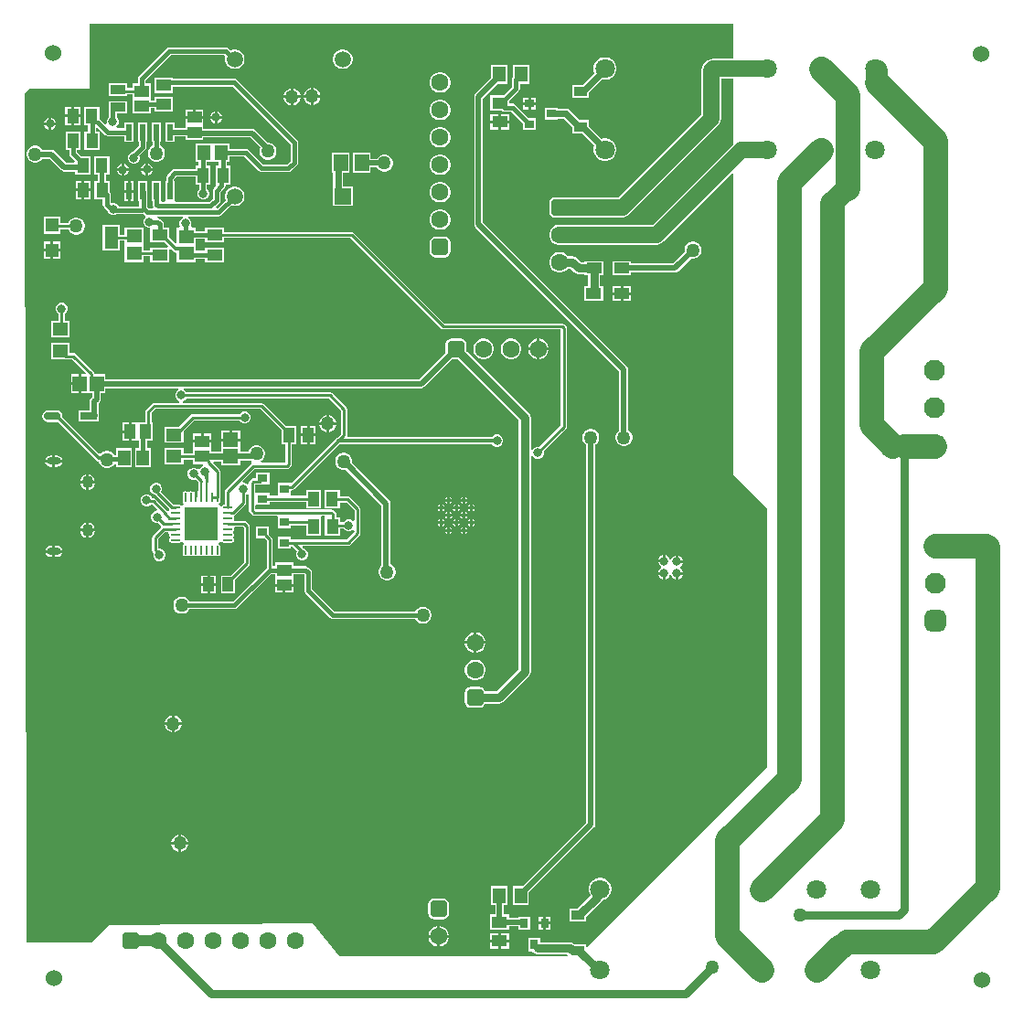
<source format=gbl>
G04*
G04 #@! TF.GenerationSoftware,Altium Limited,Altium Designer,24.10.1 (45)*
G04*
G04 Layer_Physical_Order=2*
G04 Layer_Color=16711680*
%FSLAX44Y44*%
%MOMM*%
G71*
G04*
G04 #@! TF.SameCoordinates,9B87C798-A5EC-4888-A0B9-4BDBECF7F39D*
G04*
G04*
G04 #@! TF.FilePolarity,Positive*
G04*
G01*
G75*
%ADD10C,0.2000*%
%ADD12C,0.2500*%
%ADD14C,0.2540*%
%ADD19R,1.0500X1.4500*%
%ADD20R,1.3781X1.4562*%
%ADD22R,1.3500X1.1000*%
%ADD26R,1.1000X1.3500*%
%ADD34R,1.4000X1.1000*%
%ADD35R,1.4500X1.2000*%
%ADD42R,1.1000X1.4000*%
%ADD69C,1.8034*%
%ADD80C,0.3000*%
%ADD81C,0.4000*%
%ADD82C,0.8000*%
%ADD84C,0.5000*%
%ADD85C,0.6000*%
%ADD86C,1.0000*%
%ADD89C,2.0000*%
%ADD91C,1.5000*%
%ADD93C,1.5080*%
%ADD94R,1.5080X1.5080*%
%ADD95C,0.4000*%
%ADD96C,1.6000*%
G04:AMPARAMS|DCode=97|XSize=1.6mm|YSize=1.6mm|CornerRadius=0.4mm|HoleSize=0mm|Usage=FLASHONLY|Rotation=270.000|XOffset=0mm|YOffset=0mm|HoleType=Round|Shape=RoundedRectangle|*
%AMROUNDEDRECTD97*
21,1,1.6000,0.8000,0,0,270.0*
21,1,0.8000,1.6000,0,0,270.0*
1,1,0.8000,-0.4000,-0.4000*
1,1,0.8000,-0.4000,0.4000*
1,1,0.8000,0.4000,0.4000*
1,1,0.8000,0.4000,-0.4000*
%
%ADD97ROUNDEDRECTD97*%
G04:AMPARAMS|DCode=98|XSize=1.6mm|YSize=1.6mm|CornerRadius=0.4mm|HoleSize=0mm|Usage=FLASHONLY|Rotation=0.000|XOffset=0mm|YOffset=0mm|HoleType=Round|Shape=RoundedRectangle|*
%AMROUNDEDRECTD98*
21,1,1.6000,0.8000,0,0,0.0*
21,1,0.8000,1.6000,0,0,0.0*
1,1,0.8000,0.4000,-0.4000*
1,1,0.8000,-0.4000,-0.4000*
1,1,0.8000,-0.4000,0.4000*
1,1,0.8000,0.4000,0.4000*
%
%ADD98ROUNDEDRECTD98*%
%ADD99O,1.0500X1.1500*%
%ADD100O,1.3000X0.7500*%
%ADD101C,1.9500*%
G04:AMPARAMS|DCode=102|XSize=1.95mm|YSize=1.95mm|CornerRadius=0.4875mm|HoleSize=0mm|Usage=FLASHONLY|Rotation=90.000|XOffset=0mm|YOffset=0mm|HoleType=Round|Shape=RoundedRectangle|*
%AMROUNDEDRECTD102*
21,1,1.9500,0.9750,0,0,90.0*
21,1,0.9750,1.9500,0,0,90.0*
1,1,0.9750,0.4875,0.4875*
1,1,0.9750,0.4875,-0.4875*
1,1,0.9750,-0.4875,-0.4875*
1,1,0.9750,-0.4875,0.4875*
%
%ADD102ROUNDEDRECTD102*%
%ADD103C,1.5240*%
%ADD104C,1.2700*%
%ADD105C,0.8000*%
%ADD106C,0.5000*%
%ADD107R,1.4500X1.0500*%
%ADD108R,0.6000X1.5200*%
%ADD109R,1.0000X1.3500*%
%ADD110R,1.3500X0.8500*%
%ADD111R,3.1300X3.1300*%
%ADD112O,0.8500X0.2000*%
%ADD113O,0.2000X0.8500*%
%ADD114R,0.9000X0.8000*%
%ADD115R,1.2200X0.9100*%
%ADD116R,1.4500X1.3000*%
%ADD117R,1.3000X1.4500*%
%ADD118R,1.4000X1.0000*%
%ADD119R,1.3500X1.5500*%
%ADD120R,1.1500X1.4500*%
%ADD121R,1.3000X1.3000*%
%ADD122R,1.3000X2.0000*%
%ADD123R,1.2000X1.4500*%
%ADD124R,1.4562X1.3781*%
%ADD125R,1.5575X0.7425*%
G04:AMPARAMS|DCode=126|XSize=1.5575mm|YSize=0.7425mm|CornerRadius=0.3712mm|HoleSize=0mm|Usage=FLASHONLY|Rotation=180.000|XOffset=0mm|YOffset=0mm|HoleType=Round|Shape=RoundedRectangle|*
%AMROUNDEDRECTD126*
21,1,1.5575,0.0000,0,0,180.0*
21,1,0.8150,0.7425,0,0,180.0*
1,1,0.7425,-0.4075,0.0000*
1,1,0.7425,0.4075,0.0000*
1,1,0.7425,0.4075,0.0000*
1,1,0.7425,-0.4075,0.0000*
%
%ADD126ROUNDEDRECTD126*%
%ADD127R,0.8000X0.9000*%
%ADD128C,2.3000*%
G36*
X660849Y884852D02*
X641933D01*
X639577Y884542D01*
X637382Y883632D01*
X635497Y882186D01*
X634851Y881344D01*
X634009Y880698D01*
X632563Y878813D01*
X631653Y876618D01*
X631343Y874262D01*
Y833202D01*
X554427Y756285D01*
X506304D01*
X506152Y756387D01*
X503997Y756816D01*
X495997D01*
X493841Y756387D01*
X492014Y755166D01*
X490793Y753339D01*
X490364Y751184D01*
Y743184D01*
X490793Y741028D01*
X492014Y739201D01*
X493841Y737980D01*
X495997Y737551D01*
X503997D01*
X506152Y737980D01*
X506304Y738082D01*
X558197D01*
X560552Y738392D01*
X562748Y739301D01*
X564633Y740748D01*
X646881Y822996D01*
X648328Y824881D01*
X649237Y827076D01*
X649547Y829432D01*
Y866648D01*
X660849D01*
Y805884D01*
X585850Y730885D01*
X502826D01*
X501250Y731308D01*
X498743D01*
X496320Y730659D01*
X494149Y729405D01*
X492375Y727632D01*
X491121Y725460D01*
X490472Y723037D01*
Y720530D01*
X491121Y718108D01*
X492375Y715936D01*
X494149Y714163D01*
X496320Y712909D01*
X498743Y712260D01*
X501250D01*
X502826Y712682D01*
X589620D01*
X591976Y712992D01*
X594171Y713901D01*
X596056Y715348D01*
X659441Y778732D01*
X660849Y778149D01*
Y499782D01*
X691945Y468686D01*
Y228946D01*
X525461Y62462D01*
X524053Y63045D01*
Y64955D01*
X516423D01*
X515879Y65063D01*
X515878Y65063D01*
X513634D01*
X513625Y65072D01*
X511798Y66293D01*
X509642Y66722D01*
X509642Y66722D01*
X482008D01*
Y70344D01*
X470960D01*
Y58296D01*
X474590D01*
X475384Y57107D01*
X477212Y55886D01*
X479367Y55457D01*
X507051D01*
X507698Y54781D01*
X507047Y53257D01*
X295673D01*
X271558Y84386D01*
X82791Y82791D01*
X66168Y66168D01*
X6306D01*
X4325Y852702D01*
X9098Y857475D01*
X64935D01*
Y916996D01*
X660849D01*
Y884852D01*
D02*
G37*
%LPC*%
G36*
X300278Y893562D02*
X297891D01*
X295586Y892945D01*
X293519Y891751D01*
X291831Y890064D01*
X290638Y887997D01*
X290020Y885692D01*
Y883305D01*
X290638Y881000D01*
X291831Y878933D01*
X293519Y877245D01*
X295586Y876052D01*
X297891Y875434D01*
X300278D01*
X302583Y876052D01*
X304650Y877245D01*
X306337Y878933D01*
X307531Y881000D01*
X308148Y883305D01*
Y885692D01*
X307531Y887997D01*
X306337Y890064D01*
X304650Y891751D01*
X302583Y892945D01*
X300278Y893562D01*
D02*
G37*
G36*
X190513Y895571D02*
X138234D01*
X136859Y895298D01*
X135694Y894519D01*
X110237Y869063D01*
X109459Y867897D01*
X109185Y866522D01*
Y862048D01*
X104504D01*
Y857872D01*
X99080D01*
Y862143D01*
X82532D01*
Y850595D01*
X99080D01*
Y852175D01*
X104504D01*
Y848000D01*
Y834000D01*
X121052D01*
Y839180D01*
X124870D01*
Y835749D01*
X141918D01*
Y849797D01*
X124870D01*
Y846366D01*
X121052D01*
Y862048D01*
X116371D01*
Y865034D01*
X139722Y888385D01*
X189025D01*
X190379Y887031D01*
X190021Y885692D01*
Y883305D01*
X190638Y881000D01*
X191831Y878933D01*
X193519Y877245D01*
X195586Y876052D01*
X197891Y875434D01*
X200278D01*
X202583Y876052D01*
X204650Y877245D01*
X206338Y878933D01*
X207531Y881000D01*
X208148Y883305D01*
Y885692D01*
X207531Y887997D01*
X206338Y890064D01*
X204650Y891751D01*
X202583Y892945D01*
X200278Y893562D01*
X197891D01*
X195586Y892945D01*
X194979Y892594D01*
X193054Y894519D01*
X191888Y895298D01*
X190513Y895571D01*
D02*
G37*
G36*
X543246Y886291D02*
X540471D01*
X537790Y885573D01*
X535386Y884185D01*
X533424Y882222D01*
X532036Y879818D01*
X531318Y877138D01*
Y874362D01*
X531964Y871949D01*
X520689Y860674D01*
X511964D01*
Y848526D01*
X527212D01*
Y854150D01*
X538736Y865674D01*
X540471Y865209D01*
X543246D01*
X545927Y865927D01*
X548331Y867315D01*
X550294Y869277D01*
X551681Y871681D01*
X552400Y874362D01*
Y877138D01*
X551681Y879818D01*
X550294Y882222D01*
X548331Y884185D01*
X545927Y885573D01*
X543246Y886291D01*
D02*
G37*
G36*
X390476Y872439D02*
X387968D01*
X385546Y871790D01*
X383374Y870536D01*
X381601Y868763D01*
X380347Y866591D01*
X379698Y864169D01*
Y861661D01*
X380347Y859239D01*
X381601Y857067D01*
X383374Y855294D01*
X385546Y854040D01*
X387968Y853391D01*
X390476D01*
X392898Y854040D01*
X395070Y855294D01*
X396843Y857067D01*
X398097Y859239D01*
X398746Y861661D01*
Y864169D01*
X398097Y866591D01*
X396843Y868763D01*
X395070Y870536D01*
X392898Y871790D01*
X390476Y872439D01*
D02*
G37*
G36*
X271921Y857819D02*
Y851277D01*
X278462D01*
X277988Y853046D01*
X276952Y854842D01*
X275485Y856308D01*
X273690Y857345D01*
X271921Y857819D01*
D02*
G37*
G36*
X269381D02*
X267612Y857345D01*
X265816Y856308D01*
X264350Y854842D01*
X263313Y853046D01*
X262839Y851277D01*
X269381D01*
Y857819D01*
D02*
G37*
G36*
X253493Y857380D02*
Y850838D01*
X260035D01*
X259561Y852608D01*
X258524Y854403D01*
X257058Y855869D01*
X255263Y856906D01*
X253493Y857380D01*
D02*
G37*
G36*
X250954D02*
X249184Y856906D01*
X247389Y855869D01*
X245923Y854403D01*
X244886Y852608D01*
X244412Y850838D01*
X250954D01*
Y857380D01*
D02*
G37*
G36*
X478291Y849068D02*
X473537D01*
Y844814D01*
X478291D01*
Y849068D01*
D02*
G37*
G36*
X470997D02*
X466243D01*
Y844814D01*
X470997D01*
Y849068D01*
D02*
G37*
G36*
X278462Y848737D02*
X271921D01*
Y842196D01*
X273690Y842670D01*
X275485Y843706D01*
X276952Y845173D01*
X277988Y846968D01*
X278462Y848737D01*
D02*
G37*
G36*
X269381D02*
X262839D01*
X263313Y846968D01*
X264350Y845173D01*
X265816Y843706D01*
X267612Y842670D01*
X269381Y842196D01*
Y848737D01*
D02*
G37*
G36*
X260035Y848298D02*
X253493D01*
Y841757D01*
X255263Y842231D01*
X257058Y843268D01*
X258524Y844734D01*
X259561Y846529D01*
X260035Y848298D01*
D02*
G37*
G36*
X250954D02*
X244412D01*
X244886Y846529D01*
X245923Y844734D01*
X247389Y843268D01*
X249184Y842231D01*
X250954Y841757D01*
Y848298D01*
D02*
G37*
G36*
X478291Y842274D02*
X473537D01*
Y838020D01*
X478291D01*
Y842274D01*
D02*
G37*
G36*
X470997D02*
X466243D01*
Y838020D01*
X470997D01*
Y842274D01*
D02*
G37*
G36*
X56311Y840429D02*
X50557D01*
Y833175D01*
X56311D01*
Y840429D01*
D02*
G37*
G36*
X48017D02*
X42263D01*
Y833175D01*
X48017D01*
Y840429D01*
D02*
G37*
G36*
X170074Y837903D02*
X163069D01*
Y832149D01*
X170074D01*
Y837903D01*
D02*
G37*
G36*
X160529D02*
X153525D01*
Y832149D01*
X160529D01*
Y837903D01*
D02*
G37*
G36*
X182922Y836104D02*
Y831921D01*
X187105D01*
X186335Y833780D01*
X184781Y835334D01*
X182922Y836104D01*
D02*
G37*
G36*
X180382D02*
X178523Y835334D01*
X176969Y833780D01*
X176199Y831921D01*
X180382D01*
Y836104D01*
D02*
G37*
G36*
X390476Y847039D02*
X387968D01*
X385546Y846390D01*
X383374Y845136D01*
X381601Y843363D01*
X380347Y841191D01*
X379698Y838769D01*
Y836261D01*
X380347Y833839D01*
X381601Y831667D01*
X383374Y829894D01*
X385546Y828640D01*
X387968Y827991D01*
X390476D01*
X392898Y828640D01*
X395070Y829894D01*
X396843Y831667D01*
X398097Y833839D01*
X398746Y836261D01*
Y838769D01*
X398097Y841191D01*
X396843Y843363D01*
X395070Y845136D01*
X392898Y846390D01*
X390476Y847039D01*
D02*
G37*
G36*
X452991Y833360D02*
X445737D01*
Y827606D01*
X452991D01*
Y833360D01*
D02*
G37*
G36*
X443197D02*
X435943D01*
Y827606D01*
X443197D01*
Y833360D01*
D02*
G37*
G36*
X29492Y830140D02*
Y825957D01*
X33675D01*
X32905Y827816D01*
X31351Y829370D01*
X29492Y830140D01*
D02*
G37*
G36*
X26952D02*
X25093Y829370D01*
X23539Y827816D01*
X22769Y825957D01*
X26952D01*
Y830140D01*
D02*
G37*
G36*
X187105Y829381D02*
X182922D01*
Y825198D01*
X184781Y825968D01*
X186335Y827522D01*
X187105Y829381D01*
D02*
G37*
G36*
X180382D02*
X176199D01*
X176969Y827522D01*
X178523Y825968D01*
X180382Y825198D01*
Y829381D01*
D02*
G37*
G36*
X99080Y845644D02*
X82532D01*
Y834096D01*
X82559D01*
Y830694D01*
X81469Y829604D01*
X80628Y827574D01*
Y825376D01*
X80682Y825246D01*
X79390Y824383D01*
X75058Y828716D01*
X73892Y829494D01*
X73811Y829510D01*
Y840429D01*
X59763D01*
Y823381D01*
X63245D01*
Y817490D01*
X59814D01*
Y800442D01*
X73861D01*
Y817490D01*
X70431D01*
Y821189D01*
X71839Y821772D01*
X79230Y814381D01*
X80395Y813602D01*
X81770Y813329D01*
X96624D01*
Y807798D01*
X105672D01*
Y826046D01*
X96624D01*
Y820515D01*
X89996D01*
X89796Y820873D01*
X89528Y822039D01*
X90836Y823346D01*
X91677Y825376D01*
Y827574D01*
X90836Y829604D01*
X89746Y830694D01*
Y834096D01*
X99080D01*
Y845644D01*
D02*
G37*
G36*
X56311Y830635D02*
X50557D01*
Y823381D01*
X56311D01*
Y830635D01*
D02*
G37*
G36*
X48017D02*
X42263D01*
Y823381D01*
X48017D01*
Y830635D01*
D02*
G37*
G36*
X170074Y829609D02*
X153525D01*
Y821025D01*
X143772D01*
Y826046D01*
X134724D01*
Y807798D01*
X143772D01*
Y812819D01*
X153525D01*
Y809854D01*
X170074D01*
Y811875D01*
X213311D01*
X222646Y802539D01*
X222550Y802373D01*
X222013Y800370D01*
Y798297D01*
X222550Y796294D01*
X223587Y794499D01*
X225053Y793033D01*
X226848Y791996D01*
X228851Y791459D01*
X230924D01*
X232927Y791996D01*
X234722Y793033D01*
X236188Y794499D01*
X237225Y796294D01*
X237761Y798297D01*
Y800370D01*
X237225Y802373D01*
X236188Y804168D01*
X234722Y805634D01*
X232927Y806671D01*
X230924Y807207D01*
X229583D01*
X217911Y818879D01*
X216580Y819768D01*
X215010Y820081D01*
X170074D01*
Y823855D01*
Y829609D01*
D02*
G37*
G36*
X452991Y825066D02*
X445737D01*
Y819312D01*
X452991D01*
Y825066D01*
D02*
G37*
G36*
X443197D02*
X435943D01*
Y819312D01*
X443197D01*
Y825066D01*
D02*
G37*
G36*
X33675Y823417D02*
X29492D01*
Y819234D01*
X31351Y820004D01*
X32905Y821558D01*
X33675Y823417D01*
D02*
G37*
G36*
X26952D02*
X22769D01*
X23539Y821558D01*
X25093Y820004D01*
X26952Y819234D01*
Y823417D01*
D02*
G37*
G36*
X471773Y879223D02*
X456725D01*
Y867881D01*
X456199Y867094D01*
X455926Y865719D01*
Y858876D01*
X447910Y850860D01*
X435943D01*
Y836812D01*
X446535D01*
X447322Y836286D01*
X448697Y836013D01*
X455217D01*
X466243Y824986D01*
Y819020D01*
X478291D01*
Y830068D01*
X471325D01*
X459246Y842146D01*
X458080Y842925D01*
X456705Y843199D01*
X452991D01*
Y845778D01*
X462060Y854847D01*
X462839Y856013D01*
X463112Y857388D01*
Y861675D01*
X471773D01*
Y879223D01*
D02*
G37*
G36*
X390476Y821639D02*
X387968D01*
X385546Y820990D01*
X383374Y819736D01*
X381601Y817963D01*
X380347Y815791D01*
X379698Y813369D01*
Y810861D01*
X380347Y808439D01*
X381601Y806267D01*
X383374Y804494D01*
X385546Y803240D01*
X387968Y802591D01*
X390476D01*
X392898Y803240D01*
X395070Y804494D01*
X396843Y806267D01*
X398097Y808439D01*
X398746Y810861D01*
Y813369D01*
X398097Y815791D01*
X396843Y817963D01*
X395070Y819736D01*
X392898Y820990D01*
X390476Y821639D01*
D02*
G37*
G36*
X498291Y839568D02*
X486243D01*
Y828520D01*
X498291D01*
Y829431D01*
X503984D01*
X511964Y821451D01*
Y815826D01*
X520689D01*
X531964Y804551D01*
X531318Y802138D01*
Y799362D01*
X532036Y796681D01*
X533424Y794277D01*
X535386Y792315D01*
X537790Y790927D01*
X540471Y790209D01*
X543246D01*
X545927Y790927D01*
X548331Y792315D01*
X550294Y794277D01*
X551681Y796681D01*
X552400Y799362D01*
Y802138D01*
X551681Y804818D01*
X550294Y807222D01*
X548331Y809185D01*
X545927Y810572D01*
X543246Y811291D01*
X540471D01*
X538736Y810826D01*
X527212Y822349D01*
Y827974D01*
X518488D01*
X509156Y837305D01*
X507660Y838305D01*
X505895Y838656D01*
X498291D01*
Y839568D01*
D02*
G37*
G36*
X131072Y826046D02*
X122024D01*
Y807798D01*
X122955D01*
Y804357D01*
X121762Y803669D01*
X120296Y802203D01*
X119260Y800407D01*
X118723Y798405D01*
Y796331D01*
X119260Y794329D01*
X120296Y792533D01*
X121762Y791067D01*
X123558Y790031D01*
X125560Y789494D01*
X127634D01*
X129636Y790031D01*
X131432Y791067D01*
X132898Y792533D01*
X133934Y794329D01*
X134471Y796331D01*
Y798405D01*
X133934Y800407D01*
X132898Y802203D01*
X131432Y803669D01*
X130141Y804414D01*
Y807798D01*
X131072D01*
Y826046D01*
D02*
G37*
G36*
X56361Y817490D02*
X42313D01*
Y800442D01*
X45744D01*
Y796937D01*
X46018Y795562D01*
X46797Y794396D01*
X50953Y790239D01*
X50322Y788715D01*
X43016D01*
X32334Y799397D01*
X31002Y800287D01*
X29432Y800599D01*
X21044D01*
X20622Y801331D01*
X19155Y802797D01*
X17360Y803834D01*
X15357Y804370D01*
X13284D01*
X11281Y803834D01*
X9486Y802797D01*
X8020Y801331D01*
X6983Y799536D01*
X6447Y797533D01*
Y795460D01*
X6983Y793457D01*
X8020Y791662D01*
X9486Y790195D01*
X11281Y789159D01*
X13284Y788622D01*
X15357D01*
X17360Y789159D01*
X19155Y790195D01*
X20622Y791662D01*
X21044Y792393D01*
X27733D01*
X38415Y781711D01*
X39746Y780822D01*
X41316Y780510D01*
X51532D01*
Y777694D01*
X65580D01*
Y794742D01*
X56613D01*
X52930Y798425D01*
Y800442D01*
X56361D01*
Y817490D01*
D02*
G37*
G36*
X118372Y826046D02*
X109324D01*
Y807798D01*
X110255D01*
Y804788D01*
X104130Y798663D01*
X103956Y798402D01*
X102399Y797757D01*
X100845Y796203D01*
X100004Y794173D01*
Y791975D01*
X100845Y789945D01*
X102399Y788391D01*
X104429Y787550D01*
X106627D01*
X108657Y788391D01*
X110211Y789945D01*
X111052Y791975D01*
Y794173D01*
X110686Y795056D01*
X116389Y800759D01*
X117167Y801925D01*
X117441Y803299D01*
Y807798D01*
X118372D01*
Y826046D01*
D02*
G37*
G36*
X141918Y867297D02*
X124870D01*
Y853249D01*
X141918D01*
Y859146D01*
X197372D01*
X250967Y805551D01*
X250865Y805038D01*
Y790441D01*
X247376Y786953D01*
X225527D01*
X211986Y800493D01*
X210821Y801272D01*
X209445Y801546D01*
X194601D01*
Y806727D01*
X162553D01*
Y789179D01*
X165832D01*
Y785856D01*
X162651D01*
Y782675D01*
X143846D01*
X142471Y782401D01*
X141306Y781622D01*
X136707Y777024D01*
X135928Y775858D01*
X135655Y774483D01*
Y771246D01*
X134724D01*
Y752998D01*
X133626Y751970D01*
X132170D01*
X131072Y752998D01*
Y771246D01*
X122024D01*
Y752998D01*
X122955D01*
Y749921D01*
X123228Y748546D01*
X123805Y747683D01*
X123427Y746542D01*
X123139Y746160D01*
X119532D01*
X118007Y747685D01*
Y752998D01*
X118372D01*
Y771246D01*
X109324D01*
Y752998D01*
X110821D01*
Y748301D01*
X91579D01*
X91399Y748733D01*
X89846Y750287D01*
X87815Y751128D01*
X85618D01*
X85411Y751043D01*
X84087Y752059D01*
Y759163D01*
X83813Y760538D01*
X83287Y761325D01*
Y771917D01*
X79649D01*
Y777694D01*
X83080D01*
Y794742D01*
X69032D01*
Y777694D01*
X72463D01*
Y771917D01*
X69240D01*
Y754870D01*
X76901D01*
Y750036D01*
X77174Y748661D01*
X77953Y747495D01*
X81369Y744078D01*
X82034Y742475D01*
X83587Y740921D01*
X85618Y740080D01*
X87815D01*
X89846Y740921D01*
X90106Y741182D01*
X90441Y741115D01*
X112926D01*
X114166Y741362D01*
X115503Y740026D01*
X116008Y739688D01*
X116288Y737963D01*
X116249Y737834D01*
X115431Y737015D01*
X114590Y734985D01*
Y732787D01*
X115431Y730757D01*
X116985Y729203D01*
X119015Y728362D01*
X120921D01*
Y715069D01*
X134109D01*
X137537Y711641D01*
X136906Y710117D01*
X120921D01*
Y707560D01*
X114558D01*
Y712687D01*
Y728735D01*
X97010D01*
Y721960D01*
X93026D01*
Y730635D01*
X76978D01*
Y707587D01*
X93026D01*
Y716262D01*
X97010D01*
Y712687D01*
Y696687D01*
X114558D01*
Y701863D01*
X120921D01*
Y696569D01*
X138469D01*
Y708553D01*
X139993Y709185D01*
X142490Y706689D01*
X142490Y706688D01*
X143490Y706020D01*
X144670Y705785D01*
X145399Y704579D01*
Y696345D01*
X162947D01*
Y699705D01*
X171524D01*
Y696524D01*
X189072D01*
Y710071D01*
X171524D01*
Y706890D01*
X162947D01*
Y718204D01*
X171524D01*
Y715023D01*
X189072D01*
Y718949D01*
X306310D01*
X390142Y635116D01*
X390142Y635116D01*
X391067Y634499D01*
X392157Y634282D01*
X392157Y634282D01*
X500984D01*
Y545252D01*
X481086Y525353D01*
X480806Y525469D01*
X478608D01*
X476578Y524628D01*
X475024Y523074D01*
X474811Y522561D01*
X473287Y522865D01*
Y552709D01*
X472858Y554864D01*
X471637Y556691D01*
X471637Y556691D01*
X413748Y614581D01*
Y620248D01*
X413320Y622403D01*
X412099Y624230D01*
X410271Y625451D01*
X408116Y625880D01*
X400116D01*
X397961Y625451D01*
X396133Y624230D01*
X394912Y622403D01*
X394484Y620248D01*
Y612418D01*
X369970Y587904D01*
X79515D01*
Y592606D01*
X69369D01*
Y592660D01*
X69152Y593750D01*
X68534Y594674D01*
X68534Y594674D01*
X51760Y611448D01*
X50836Y612066D01*
X49746Y612283D01*
X49746Y612283D01*
X46493D01*
Y621688D01*
X28945D01*
Y606640D01*
X42174D01*
X42449Y606585D01*
X48566D01*
X61137Y594014D01*
X60554Y592606D01*
X57090D01*
Y583801D01*
Y574996D01*
X66998D01*
Y571349D01*
X65945Y570295D01*
X65055Y568964D01*
X64743Y567394D01*
Y559048D01*
X54954D01*
Y548576D01*
X73576D01*
Y559048D01*
X72949D01*
Y565695D01*
X74002Y566748D01*
X74891Y568079D01*
X75203Y569649D01*
Y574996D01*
X79515D01*
Y579698D01*
X146933D01*
X147236Y578174D01*
X146406Y577830D01*
X144853Y576277D01*
X144012Y574246D01*
Y572049D01*
X144853Y570018D01*
X146406Y568464D01*
X147974Y567815D01*
X147670Y566291D01*
X124409D01*
X123319Y566074D01*
X122395Y565457D01*
X122395Y565457D01*
X117180Y560243D01*
X116563Y559319D01*
X116346Y558228D01*
X116346Y558228D01*
Y547919D01*
X103282D01*
Y539645D01*
Y531371D01*
X110549D01*
Y524157D01*
X106868D01*
Y506609D01*
X121417D01*
Y524157D01*
X117736D01*
Y531371D01*
X123036D01*
Y547919D01*
X122044D01*
Y557048D01*
X125589Y560594D01*
X222752D01*
X242617Y540729D01*
Y528209D01*
X246293D01*
Y510750D01*
X223613D01*
X223205Y512274D01*
X224174Y512833D01*
X225640Y514300D01*
X226676Y516095D01*
X227213Y518098D01*
Y520171D01*
X226676Y522174D01*
X225640Y523969D01*
X224174Y525435D01*
X222378Y526472D01*
X220376Y527008D01*
X218302D01*
X216300Y526472D01*
X214504Y525435D01*
X213038Y523969D01*
X212002Y522174D01*
X211608Y520704D01*
X204242D01*
Y523463D01*
Y530608D01*
X195437D01*
X186632D01*
Y521147D01*
X177332D01*
Y529265D01*
X169058D01*
X160784D01*
Y523511D01*
Y519384D01*
X151527D01*
Y524193D01*
X133979D01*
Y509146D01*
X151527D01*
Y513686D01*
X160784D01*
Y509511D01*
X169721D01*
X170024Y507987D01*
X168674Y507427D01*
X167120Y505874D01*
X166767Y505021D01*
X164969Y504664D01*
X164269Y505364D01*
X162239Y506205D01*
X160041D01*
X158011Y505364D01*
X156457Y503810D01*
X155616Y501780D01*
Y499582D01*
X156457Y497552D01*
X158011Y495998D01*
X160041Y495157D01*
X162239D01*
X162539Y495281D01*
X165289Y492532D01*
X165371Y492121D01*
X165660Y491688D01*
Y490865D01*
X165719Y490568D01*
Y484941D01*
X164544Y484251D01*
Y478456D01*
X162004D01*
Y483893D01*
X161454Y483526D01*
X160094D01*
X159259Y484084D01*
X158274Y484280D01*
X157289Y484084D01*
X156454Y483526D01*
X155093D01*
X154259Y484084D01*
X153274Y484280D01*
X152289Y484084D01*
X151454Y483526D01*
X150896Y482691D01*
X150700Y481706D01*
Y475206D01*
X150896Y474222D01*
X151454Y473387D01*
X152176Y472905D01*
X152189Y472794D01*
X151255Y471381D01*
X151100D01*
Y471225D01*
X149686Y470292D01*
X149576Y470305D01*
X149094Y471026D01*
X148259Y471584D01*
X147274Y471780D01*
X145202D01*
X145114Y471839D01*
X144024Y472055D01*
X142494D01*
X131142Y483407D01*
X131926Y485299D01*
Y487497D01*
X131085Y489527D01*
X129531Y491081D01*
X127501Y491922D01*
X125303D01*
X123273Y491081D01*
X121719Y489527D01*
X120878Y487497D01*
Y485299D01*
X121719Y483269D01*
X123273Y481715D01*
X125303Y480874D01*
X125618D01*
X138651Y467841D01*
X138736Y467713D01*
X138806Y467174D01*
X138251Y466467D01*
X138098Y466374D01*
X136310Y466313D01*
X125631Y476992D01*
X124707Y477610D01*
X123616Y477827D01*
X123616Y477827D01*
X122699D01*
X122151Y479152D01*
X120597Y480706D01*
X118566Y481547D01*
X116369D01*
X114339Y480706D01*
X112785Y479152D01*
X111944Y477122D01*
Y474924D01*
X112785Y472894D01*
X114339Y471340D01*
X116369Y470499D01*
X118566D01*
X120597Y471340D01*
X121386Y472129D01*
X122436D01*
X127091Y467475D01*
X126459Y465951D01*
X126024D01*
X123993Y465110D01*
X122439Y463556D01*
X121598Y461526D01*
Y459328D01*
X122439Y457298D01*
X123993Y455744D01*
X126024Y454903D01*
X128221D01*
X128501Y455019D01*
X130795Y452726D01*
X130943Y452271D01*
X130971Y451768D01*
X130839Y450774D01*
X123462Y443397D01*
X122844Y442472D01*
X122627Y441382D01*
X122627Y441382D01*
Y429592D01*
X122627Y429592D01*
X122844Y428502D01*
X123462Y427577D01*
X123866Y427173D01*
X123575Y426473D01*
Y424275D01*
X124416Y422245D01*
X125970Y420691D01*
X128000Y419850D01*
X130198D01*
X132228Y420691D01*
X133782Y422245D01*
X134623Y424275D01*
Y426473D01*
X133782Y428503D01*
X132228Y430057D01*
X130198Y430898D01*
X128325D01*
Y440202D01*
X134480Y446358D01*
X137343D01*
X137703Y445959D01*
X138326Y444834D01*
X138201Y444207D01*
X138397Y443222D01*
X138954Y442387D01*
Y441026D01*
X138397Y440192D01*
X138201Y439207D01*
X138397Y438222D01*
X138954Y437387D01*
X139789Y436829D01*
X140774Y436633D01*
X147274D01*
X148259Y436829D01*
X149094Y437387D01*
X149576Y438109D01*
X149686Y438122D01*
X151100Y437188D01*
Y437033D01*
X151255D01*
X152189Y435619D01*
X152176Y435508D01*
X151454Y435026D01*
X150896Y434191D01*
X150700Y433207D01*
Y426707D01*
X150896Y425722D01*
X151454Y424887D01*
X152289Y424329D01*
X153274Y424133D01*
X154259Y424329D01*
X155093Y424887D01*
X156454D01*
X157289Y424329D01*
X158274Y424133D01*
X159259Y424329D01*
X160094Y424887D01*
X161454D01*
X162289Y424329D01*
X163274Y424133D01*
X164259Y424329D01*
X165093Y424887D01*
X166454D01*
X167289Y424329D01*
X168274Y424133D01*
X169259Y424329D01*
X170094Y424887D01*
X171454D01*
X172289Y424329D01*
X173274Y424133D01*
X174259Y424329D01*
X175093Y424887D01*
X176454D01*
X177289Y424329D01*
X178274Y424133D01*
X179259Y424329D01*
X180094Y424887D01*
X181454D01*
X182289Y424329D01*
X183274Y424133D01*
X184259Y424329D01*
X185093Y424887D01*
X185651Y425722D01*
X185847Y426707D01*
Y433207D01*
X185651Y434191D01*
X185093Y435026D01*
X184372Y435508D01*
X184359Y435619D01*
X185292Y437033D01*
X185448D01*
Y437188D01*
X186862Y438122D01*
X186972Y438109D01*
X187454Y437387D01*
X188289Y436829D01*
X189274Y436633D01*
X195774D01*
X196759Y436829D01*
X197594Y437387D01*
X198151Y438222D01*
X198347Y439207D01*
X198151Y440192D01*
X197594Y441026D01*
Y442387D01*
X198151Y443222D01*
X198347Y444207D01*
X198151Y445191D01*
X197594Y446026D01*
Y447387D01*
X198151Y448222D01*
X198347Y449207D01*
X198223Y449834D01*
X198845Y450960D01*
X199205Y451358D01*
X206917D01*
X207565Y450709D01*
Y418602D01*
X195275Y406311D01*
X186277D01*
Y389763D01*
X199325D01*
Y402304D01*
X212428Y415407D01*
X212428Y415407D01*
X213046Y416332D01*
X213263Y417422D01*
Y451889D01*
X213263Y451889D01*
X213046Y452980D01*
X212428Y453904D01*
X212428Y453904D01*
X210111Y456221D01*
X209187Y456838D01*
X208097Y457055D01*
X208097Y457055D01*
X199205D01*
X198845Y457454D01*
X198223Y458579D01*
X198347Y459207D01*
X198152Y460189D01*
X198151Y460192D01*
X198851Y461752D01*
X198909Y461800D01*
X199781Y462382D01*
X209012Y471614D01*
X209012Y471614D01*
X209630Y472538D01*
X209847Y473628D01*
X209846Y473628D01*
Y481305D01*
X210657Y481880D01*
X212174Y481168D01*
Y466894D01*
X212174Y466894D01*
X212390Y465804D01*
X213008Y464880D01*
X215457Y462431D01*
X215457Y462431D01*
X216381Y461813D01*
X217472Y461596D01*
X217472Y461596D01*
X237608D01*
X238962Y461185D01*
X238962Y460072D01*
Y450137D01*
X251010D01*
Y452813D01*
X265028D01*
Y443158D01*
X279076D01*
Y460072D01*
X279076Y460206D01*
X279400Y461596D01*
X282205D01*
X282528Y460206D01*
X282528D01*
Y443158D01*
X296576D01*
Y449802D01*
X299829D01*
X299945Y449522D01*
X301499Y447968D01*
X303529Y447127D01*
X305727D01*
X307757Y447968D01*
X308340Y448550D01*
X309694Y447989D01*
X309839Y446511D01*
X302838Y439510D01*
X253291D01*
X253291Y439510D01*
X253291Y439510D01*
X251010D01*
Y442185D01*
X238962D01*
Y431137D01*
X251010D01*
Y432792D01*
X252534Y433390D01*
X256832Y429091D01*
X256793Y429051D01*
X255952Y427021D01*
Y424823D01*
X256793Y422793D01*
X258347Y421239D01*
X260377Y420398D01*
X262575D01*
X264605Y421239D01*
X266159Y422793D01*
X267000Y424823D01*
Y427021D01*
X266159Y429051D01*
X264605Y430605D01*
X262599Y431436D01*
X262512Y431525D01*
X261793Y432440D01*
X262392Y433812D01*
X304018D01*
X304018Y433812D01*
X305108Y434029D01*
X306032Y434647D01*
X314727Y443341D01*
X314727Y443341D01*
X315344Y444266D01*
X315561Y445356D01*
X315561Y445356D01*
Y467681D01*
X315561Y467681D01*
X315344Y468771D01*
X314727Y469695D01*
X314727Y469695D01*
X305780Y478642D01*
X304855Y479260D01*
X303765Y479477D01*
X303765Y479477D01*
X296528D01*
Y485877D01*
X282480D01*
Y468829D01*
X296528D01*
Y473779D01*
X302585D01*
X309863Y466501D01*
Y457383D01*
X308340Y456752D01*
X307757Y457334D01*
X305727Y458175D01*
X303529D01*
X301499Y457334D01*
X299945Y455780D01*
X299829Y455500D01*
X296576D01*
Y460206D01*
X293126D01*
Y462957D01*
X292909Y464047D01*
X292292Y464972D01*
X292292Y464972D01*
X290804Y466460D01*
X289880Y467077D01*
X288790Y467294D01*
X288789Y467294D01*
X218652D01*
X217871Y468074D01*
Y470986D01*
X219126Y471636D01*
X219395Y471636D01*
X231174D01*
Y474312D01*
X264979D01*
Y468829D01*
X279028D01*
Y485877D01*
X264979D01*
Y480009D01*
X252131D01*
X251174Y481137D01*
X251174Y481533D01*
Y483946D01*
X251972Y485106D01*
X253062Y485323D01*
X253986Y485941D01*
X296146Y528101D01*
X437224D01*
X437243Y528055D01*
X438797Y526501D01*
X440827Y525660D01*
X443025D01*
X445055Y526501D01*
X446609Y528055D01*
X447450Y530085D01*
Y532283D01*
X446609Y534313D01*
X445055Y535867D01*
X443025Y536708D01*
X440827D01*
X438797Y535867D01*
X437243Y534313D01*
X437224Y534268D01*
X303997D01*
X303026Y535792D01*
X303118Y536253D01*
X303118Y536253D01*
Y560183D01*
X303118Y560183D01*
X302901Y561274D01*
X302284Y562198D01*
X302284Y562198D01*
X289320Y575162D01*
X288396Y575779D01*
X287305Y575996D01*
X287305Y575996D01*
X154335D01*
X154219Y576277D01*
X152665Y577830D01*
X151836Y578174D01*
X152139Y579698D01*
X371669D01*
X373239Y580010D01*
X374570Y580900D01*
X400286Y606615D01*
X405783D01*
X462023Y550376D01*
Y319637D01*
X441422Y299036D01*
X430983D01*
X430879Y299559D01*
X429658Y301386D01*
X427831Y302607D01*
X425676Y303036D01*
X417676D01*
X415520Y302607D01*
X413693Y301386D01*
X412472Y299559D01*
X412043Y297404D01*
Y289404D01*
X412472Y287248D01*
X413693Y285421D01*
X415520Y284200D01*
X417676Y283772D01*
X425676D01*
X427831Y284200D01*
X429658Y285421D01*
X430879Y287248D01*
X430983Y287772D01*
X443754D01*
X443755Y287772D01*
X445910Y288200D01*
X447737Y289421D01*
X471637Y313322D01*
X471637Y313322D01*
X472858Y315149D01*
X473287Y317304D01*
Y517026D01*
X474811Y517329D01*
X475024Y516816D01*
X476578Y515262D01*
X478608Y514421D01*
X480806D01*
X482836Y515262D01*
X484390Y516816D01*
X485231Y518847D01*
Y521044D01*
X485115Y521325D01*
X505848Y542057D01*
X506465Y542982D01*
X506682Y544072D01*
X506682Y544072D01*
Y635643D01*
X506465Y636733D01*
X505848Y637657D01*
X505847Y637657D01*
X504360Y639145D01*
X503435Y639763D01*
X502345Y639979D01*
X502345Y639979D01*
X393337D01*
X309504Y723812D01*
X308580Y724429D01*
X307490Y724646D01*
X307490Y724646D01*
X189072D01*
Y728571D01*
X171524D01*
Y725390D01*
X162947D01*
Y728393D01*
X159292D01*
X158450Y729917D01*
X159026Y731308D01*
Y733505D01*
X158185Y735536D01*
X156631Y737089D01*
X155763Y737449D01*
X156066Y738973D01*
X184153D01*
X185527Y739247D01*
X186693Y740026D01*
X195691Y749024D01*
X197891Y748435D01*
X200278D01*
X202583Y749052D01*
X204650Y750246D01*
X206338Y751933D01*
X207531Y754000D01*
X208148Y756305D01*
Y758692D01*
X207531Y760997D01*
X206338Y763064D01*
X204650Y764752D01*
X202583Y765945D01*
X200278Y766562D01*
X197891D01*
X195586Y765945D01*
X193519Y764752D01*
X191831Y763064D01*
X190638Y760997D01*
X190021Y758692D01*
Y756305D01*
X190610Y754105D01*
X183031Y746526D01*
X182255Y746628D01*
X181709Y748236D01*
X184793Y751321D01*
X185572Y752486D01*
X185845Y753861D01*
Y761238D01*
X189576Y764969D01*
X190355Y766135D01*
X190628Y767510D01*
Y768308D01*
X194699D01*
Y785856D01*
X191518D01*
Y789179D01*
X194601D01*
Y794360D01*
X207957D01*
X221498Y780819D01*
X222664Y780040D01*
X224039Y779766D01*
X248864D01*
X250240Y780040D01*
X251405Y780819D01*
X256999Y786412D01*
X257777Y787578D01*
X258051Y788953D01*
Y805038D01*
X257842Y806089D01*
X258051Y807142D01*
X257777Y808517D01*
X256999Y809682D01*
X201401Y865280D01*
X200235Y866059D01*
X198860Y866332D01*
X141918D01*
Y867297D01*
D02*
G37*
G36*
X118985Y787695D02*
Y783512D01*
X123168D01*
X122398Y785371D01*
X120844Y786925D01*
X118985Y787695D01*
D02*
G37*
G36*
X116445D02*
X114586Y786925D01*
X113032Y785371D01*
X112261Y783512D01*
X116445D01*
Y787695D01*
D02*
G37*
G36*
X96647Y787536D02*
Y783353D01*
X100830D01*
X100060Y785212D01*
X98506Y786766D01*
X96647Y787536D01*
D02*
G37*
G36*
X94107D02*
X92248Y786766D01*
X90694Y785212D01*
X89924Y783353D01*
X94107D01*
Y787536D01*
D02*
G37*
G36*
X324934Y797605D02*
X308386D01*
Y779057D01*
X324934D01*
Y784127D01*
X330953D01*
X331376Y783395D01*
X332842Y781929D01*
X334637Y780893D01*
X336640Y780356D01*
X338713D01*
X340716Y780893D01*
X342511Y781929D01*
X343977Y783395D01*
X345014Y785191D01*
X345550Y787194D01*
Y789267D01*
X345014Y791269D01*
X343977Y793065D01*
X342511Y794531D01*
X340716Y795568D01*
X338713Y796104D01*
X336640D01*
X334637Y795568D01*
X332842Y794531D01*
X331376Y793065D01*
X330953Y792333D01*
X324934D01*
Y797605D01*
D02*
G37*
G36*
X390476Y796239D02*
X387968D01*
X385546Y795590D01*
X383374Y794336D01*
X381601Y792563D01*
X380347Y790391D01*
X379698Y787969D01*
Y785461D01*
X380347Y783039D01*
X381601Y780867D01*
X383374Y779094D01*
X385546Y777840D01*
X387968Y777191D01*
X390476D01*
X392898Y777840D01*
X395070Y779094D01*
X396843Y780867D01*
X398097Y783039D01*
X398746Y785461D01*
Y787969D01*
X398097Y790391D01*
X396843Y792563D01*
X395070Y794336D01*
X392898Y795590D01*
X390476Y796239D01*
D02*
G37*
G36*
X123168Y780972D02*
X118985D01*
Y776789D01*
X120844Y777559D01*
X122398Y779113D01*
X123168Y780972D01*
D02*
G37*
G36*
X116445D02*
X112261D01*
X113032Y779113D01*
X114586Y777559D01*
X116445Y776789D01*
Y780972D01*
D02*
G37*
G36*
X100830Y780813D02*
X96647D01*
Y776630D01*
X98506Y777400D01*
X100060Y778954D01*
X100830Y780813D01*
D02*
G37*
G36*
X94107D02*
X89924D01*
X90694Y778954D01*
X92248Y777400D01*
X94107Y776630D01*
Y780813D01*
D02*
G37*
G36*
X65787Y771917D02*
X60033D01*
Y764663D01*
X65787D01*
Y771917D01*
D02*
G37*
G36*
X57493D02*
X51739D01*
Y764663D01*
X57493D01*
Y771917D01*
D02*
G37*
G36*
X105672Y771246D02*
X102418D01*
Y763392D01*
X105672D01*
Y771246D01*
D02*
G37*
G36*
X99878D02*
X96624D01*
Y763392D01*
X99878D01*
Y771246D01*
D02*
G37*
G36*
X65787Y762123D02*
X60033D01*
Y754870D01*
X65787D01*
Y762123D01*
D02*
G37*
G36*
X57493D02*
X51739D01*
Y754870D01*
X57493D01*
Y762123D01*
D02*
G37*
G36*
X105672Y760852D02*
X102418D01*
Y752998D01*
X105672D01*
Y760852D01*
D02*
G37*
G36*
X99878D02*
X96624D01*
Y752998D01*
X99878D01*
Y760852D01*
D02*
G37*
G36*
X390476Y770839D02*
X387968D01*
X385546Y770190D01*
X383374Y768936D01*
X381601Y767163D01*
X380347Y764991D01*
X379698Y762569D01*
Y760061D01*
X380347Y757639D01*
X381601Y755467D01*
X383374Y753694D01*
X385546Y752440D01*
X387968Y751791D01*
X390476D01*
X392898Y752440D01*
X395070Y753694D01*
X396843Y755467D01*
X398097Y757639D01*
X398746Y760061D01*
Y762569D01*
X398097Y764991D01*
X396843Y767163D01*
X395070Y768936D01*
X392898Y770190D01*
X390476Y770839D01*
D02*
G37*
G36*
X305434Y797605D02*
X288886D01*
Y779057D01*
X290243D01*
Y766562D01*
X290020D01*
Y748435D01*
X308148D01*
Y766562D01*
X299468D01*
Y779057D01*
X305434D01*
Y797605D01*
D02*
G37*
G36*
X390476Y745439D02*
X387968D01*
X385546Y744790D01*
X383374Y743536D01*
X381601Y741763D01*
X380347Y739591D01*
X379698Y737169D01*
Y734661D01*
X380347Y732239D01*
X381601Y730067D01*
X383374Y728294D01*
X385546Y727040D01*
X387968Y726391D01*
X390476D01*
X392898Y727040D01*
X395070Y728294D01*
X396843Y730067D01*
X398097Y732239D01*
X398746Y734661D01*
Y737169D01*
X398097Y739591D01*
X396843Y741763D01*
X395070Y743536D01*
X392898Y744790D01*
X390476Y745439D01*
D02*
G37*
G36*
X38026Y738635D02*
X21978D01*
Y722587D01*
X38026D01*
Y727141D01*
X44850D01*
X44901Y726951D01*
X45938Y725155D01*
X47404Y723689D01*
X49200Y722653D01*
X51202Y722116D01*
X53275D01*
X55278Y722653D01*
X57074Y723689D01*
X58540Y725155D01*
X59576Y726951D01*
X60113Y728953D01*
Y731027D01*
X59576Y733029D01*
X58540Y734825D01*
X57074Y736291D01*
X55278Y737327D01*
X53275Y737864D01*
X51202D01*
X49200Y737327D01*
X47404Y736291D01*
X45938Y734825D01*
X44901Y733029D01*
X44850Y732839D01*
X38026D01*
Y738635D01*
D02*
G37*
G36*
Y715635D02*
X31272D01*
Y708881D01*
X38026D01*
Y715635D01*
D02*
G37*
G36*
X28732D02*
X21978D01*
Y708881D01*
X28732D01*
Y715635D01*
D02*
G37*
G36*
X393222Y720147D02*
X385222D01*
X383067Y719718D01*
X381239Y718497D01*
X380019Y716670D01*
X379590Y714515D01*
Y706515D01*
X380019Y704359D01*
X381239Y702532D01*
X383067Y701311D01*
X385222Y700882D01*
X393222D01*
X395377Y701311D01*
X397205Y702532D01*
X398425Y704359D01*
X398854Y706515D01*
Y714515D01*
X398425Y716670D01*
X397205Y718497D01*
X395377Y719718D01*
X393222Y720147D01*
D02*
G37*
G36*
X624429Y715460D02*
X622356D01*
X620353Y714924D01*
X618558Y713887D01*
X617092Y712421D01*
X616055Y710626D01*
X615518Y708623D01*
Y706550D01*
X615737Y705733D01*
X605104Y695101D01*
X566178D01*
Y697522D01*
X549131D01*
Y684474D01*
X566178D01*
Y686895D01*
X606804D01*
X608374Y687207D01*
X609705Y688097D01*
X621539Y699931D01*
X622356Y699712D01*
X624429D01*
X626432Y700249D01*
X628227Y701286D01*
X629693Y702752D01*
X630730Y704547D01*
X631267Y706550D01*
Y708623D01*
X630730Y710626D01*
X629693Y712421D01*
X628227Y713887D01*
X626432Y714924D01*
X624429Y715460D01*
D02*
G37*
G36*
X38026Y706341D02*
X31272D01*
Y699587D01*
X38026D01*
Y706341D01*
D02*
G37*
G36*
X28732D02*
X21978D01*
Y699587D01*
X28732D01*
Y706341D01*
D02*
G37*
G36*
X566164Y674007D02*
X558910D01*
Y668753D01*
X566164D01*
Y674007D01*
D02*
G37*
G36*
X556370D02*
X549116D01*
Y668753D01*
X556370D01*
Y674007D01*
D02*
G37*
G36*
X566164Y666212D02*
X558910D01*
Y660958D01*
X566164D01*
Y666212D01*
D02*
G37*
G36*
X556370D02*
X549116D01*
Y660958D01*
X556370D01*
Y666212D01*
D02*
G37*
G36*
X501250Y705908D02*
X498743D01*
X496320Y705259D01*
X494149Y704005D01*
X492375Y702232D01*
X491121Y700060D01*
X490472Y697637D01*
Y695130D01*
X491121Y692708D01*
X492375Y690536D01*
X494149Y688763D01*
X496320Y687509D01*
X498743Y686860D01*
X501250D01*
X503673Y687509D01*
X505844Y688763D01*
X507618Y690536D01*
X507742Y690751D01*
X509756D01*
X513492Y687015D01*
X513492Y687015D01*
X515319Y685794D01*
X517475Y685366D01*
X517475Y685366D01*
X523130D01*
Y684474D01*
X526022D01*
Y674007D01*
X523115D01*
Y660958D01*
X540163D01*
Y674007D01*
X537287D01*
Y684474D01*
X540178D01*
Y697522D01*
X523130D01*
Y696630D01*
X519808D01*
X516071Y700366D01*
X514244Y701587D01*
X512089Y702016D01*
X512089Y702016D01*
X507742D01*
X507618Y702232D01*
X505844Y704005D01*
X503673Y705259D01*
X501250Y705908D01*
D02*
G37*
G36*
X39843Y658898D02*
X37646D01*
X35616Y658057D01*
X34062Y656503D01*
X33221Y654473D01*
Y652275D01*
X34062Y650245D01*
X35616Y648691D01*
X35896Y648575D01*
Y641688D01*
X28945D01*
Y626640D01*
X46493D01*
Y641688D01*
X41593D01*
Y648575D01*
X41874Y648691D01*
X43428Y650245D01*
X44269Y652275D01*
Y654473D01*
X43428Y656503D01*
X41874Y658057D01*
X39843Y658898D01*
D02*
G37*
G36*
X481586Y625767D02*
Y617518D01*
X489836D01*
X489191Y619924D01*
X487937Y622095D01*
X486164Y623869D01*
X483992Y625123D01*
X481586Y625767D01*
D02*
G37*
G36*
X479046D02*
X476640Y625123D01*
X474468Y623869D01*
X472695Y622095D01*
X471441Y619924D01*
X470796Y617518D01*
X479046D01*
Y625767D01*
D02*
G37*
G36*
X489836Y614978D02*
X481586D01*
Y606728D01*
X483992Y607373D01*
X486164Y608627D01*
X487937Y610400D01*
X489191Y612571D01*
X489836Y614978D01*
D02*
G37*
G36*
X479046D02*
X470796D01*
X471441Y612571D01*
X472695Y610400D01*
X474468Y608627D01*
X476640Y607373D01*
X479046Y606728D01*
Y614978D01*
D02*
G37*
G36*
X456170Y625772D02*
X453662D01*
X451240Y625123D01*
X449068Y623869D01*
X447295Y622095D01*
X446041Y619924D01*
X445392Y617501D01*
Y614994D01*
X446041Y612571D01*
X447295Y610400D01*
X449068Y608627D01*
X451240Y607373D01*
X453662Y606724D01*
X456170D01*
X458592Y607373D01*
X460764Y608627D01*
X462537Y610400D01*
X463791Y612571D01*
X464440Y614994D01*
Y617501D01*
X463791Y619924D01*
X462537Y622095D01*
X460764Y623869D01*
X458592Y625123D01*
X456170Y625772D01*
D02*
G37*
G36*
X430770D02*
X428262D01*
X425840Y625123D01*
X423668Y623869D01*
X421895Y622095D01*
X420641Y619924D01*
X419992Y617501D01*
Y614994D01*
X420641Y612571D01*
X421895Y610400D01*
X423668Y608627D01*
X425840Y607373D01*
X428262Y606724D01*
X430770D01*
X433192Y607373D01*
X435364Y608627D01*
X437137Y610400D01*
X438391Y612571D01*
X439040Y614994D01*
Y617501D01*
X438391Y619924D01*
X437137Y622095D01*
X435364Y623869D01*
X433192Y625123D01*
X430770Y625772D01*
D02*
G37*
G36*
X54549Y592606D02*
X47405D01*
Y585071D01*
X54549D01*
Y592606D01*
D02*
G37*
G36*
Y582531D02*
X47405D01*
Y574996D01*
X54549D01*
Y582531D01*
D02*
G37*
G36*
X209341Y558273D02*
X207143D01*
X205113Y557432D01*
X203559Y555878D01*
X203443Y555597D01*
X160082D01*
X158991Y555380D01*
X158067Y554763D01*
X158067Y554763D01*
X147498Y544193D01*
X133979D01*
Y529146D01*
X151527D01*
Y540165D01*
X161262Y549900D01*
X203443D01*
X203559Y549619D01*
X205113Y548065D01*
X207143Y547225D01*
X209341D01*
X211371Y548065D01*
X212925Y549619D01*
X213766Y551650D01*
Y553847D01*
X212925Y555878D01*
X211371Y557432D01*
X209341Y558273D01*
D02*
G37*
G36*
X100742Y547919D02*
X94988D01*
Y540915D01*
X100742D01*
Y547919D01*
D02*
G37*
G36*
X204242Y540292D02*
X196707D01*
Y533148D01*
X204242D01*
Y540292D01*
D02*
G37*
G36*
X194167D02*
X186632D01*
Y533148D01*
X194167D01*
Y540292D01*
D02*
G37*
G36*
X177332Y537559D02*
X170328D01*
Y531805D01*
X177332D01*
Y537559D01*
D02*
G37*
G36*
X167788D02*
X160784D01*
Y531805D01*
X167788D01*
Y537559D01*
D02*
G37*
G36*
X100742Y538375D02*
X94988D01*
Y531371D01*
X100742D01*
Y538375D01*
D02*
G37*
G36*
X451772Y879223D02*
X436725D01*
Y867478D01*
X422000Y852753D01*
X421111Y851422D01*
X420799Y849852D01*
Y731490D01*
X421111Y729920D01*
X422000Y728589D01*
X555306Y595284D01*
Y540738D01*
X554574Y540315D01*
X553108Y538849D01*
X552071Y537054D01*
X551535Y535051D01*
Y532978D01*
X552071Y530975D01*
X553108Y529180D01*
X554574Y527714D01*
X556369Y526677D01*
X558372Y526141D01*
X560445D01*
X562448Y526677D01*
X564243Y527714D01*
X565709Y529180D01*
X566746Y530975D01*
X567283Y532978D01*
Y535051D01*
X566746Y537054D01*
X565709Y538849D01*
X564243Y540315D01*
X563511Y540738D01*
Y596983D01*
X563199Y598554D01*
X562310Y599884D01*
X429004Y733190D01*
Y848153D01*
X442527Y861675D01*
X451772D01*
Y879223D01*
D02*
G37*
G36*
X34274Y517607D02*
X32794D01*
Y513500D01*
X39399D01*
X39242Y514287D01*
X38076Y516032D01*
X36332Y517198D01*
X34274Y517607D01*
D02*
G37*
G36*
X30254D02*
X28774D01*
X26716Y517198D01*
X24972Y516032D01*
X23806Y514287D01*
X23649Y513500D01*
X30254D01*
Y517607D01*
D02*
G37*
G36*
X39399Y510960D02*
X32794D01*
Y506852D01*
X34274D01*
X36332Y507262D01*
X38076Y508427D01*
X39242Y510172D01*
X39399Y510960D01*
D02*
G37*
G36*
X30254D02*
X23649D01*
X23806Y510172D01*
X24972Y508427D01*
X26716Y507262D01*
X28774Y506852D01*
X30254D01*
Y510960D01*
D02*
G37*
G36*
X34332Y559151D02*
X26182D01*
X24139Y558745D01*
X22407Y557587D01*
X21250Y555855D01*
X20844Y553812D01*
X21250Y551769D01*
X22407Y550037D01*
X24139Y548879D01*
X26182Y548473D01*
X34332D01*
X35149Y548635D01*
X71023Y512761D01*
X71023Y512761D01*
X72024Y512092D01*
X73204Y511858D01*
X73204Y511858D01*
X73241D01*
X73541Y510736D01*
X74578Y508941D01*
X76044Y507475D01*
X77840Y506438D01*
X79842Y505901D01*
X81916D01*
X83918Y506438D01*
X85714Y507475D01*
X87180Y508941D01*
X87218Y509007D01*
X89128Y509267D01*
X89368Y509031D01*
Y506609D01*
X103916D01*
Y524157D01*
X89368D01*
Y517503D01*
X87819D01*
X87180Y518610D01*
X85714Y520076D01*
X83918Y521113D01*
X81916Y521649D01*
X79842D01*
X77840Y521113D01*
X76044Y520076D01*
X75314Y519346D01*
X73300Y519204D01*
X39509Y552996D01*
X39671Y553812D01*
X39265Y555855D01*
X38108Y557587D01*
X36376Y558745D01*
X34332Y559151D01*
D02*
G37*
G36*
X63994Y499895D02*
Y493999D01*
X69455D01*
X69323Y494998D01*
X68641Y496646D01*
X67555Y498061D01*
X66140Y499147D01*
X64492Y499829D01*
X63994Y499895D01*
D02*
G37*
G36*
X61454D02*
X60955Y499829D01*
X59308Y499147D01*
X57892Y498061D01*
X56807Y496646D01*
X56124Y494998D01*
X55993Y493999D01*
X61454D01*
Y499895D01*
D02*
G37*
G36*
X69455Y491460D02*
X63994D01*
Y485564D01*
X64492Y485630D01*
X66140Y486312D01*
X67555Y487398D01*
X68641Y488813D01*
X69323Y490461D01*
X69455Y491460D01*
D02*
G37*
G36*
X61454D02*
X55993D01*
X56124Y490461D01*
X56807Y488813D01*
X57892Y487398D01*
X59308Y486312D01*
X60955Y485630D01*
X61454Y485564D01*
Y491460D01*
D02*
G37*
G36*
X412567Y479395D02*
Y477376D01*
X414585D01*
X414284Y478102D01*
X413293Y479094D01*
X412567Y479395D01*
D02*
G37*
G36*
X398567D02*
Y477376D01*
X400585D01*
X400284Y478102D01*
X399293Y479094D01*
X398567Y479395D01*
D02*
G37*
G36*
X410027D02*
X409300Y479094D01*
X408309Y478102D01*
X408008Y477376D01*
X410027D01*
Y479395D01*
D02*
G37*
G36*
X396027D02*
X395300Y479094D01*
X394309Y478102D01*
X394008Y477376D01*
X396027D01*
Y479395D01*
D02*
G37*
G36*
X414585Y474836D02*
X412567D01*
Y472818D01*
X413293Y473119D01*
X414284Y474110D01*
X414585Y474836D01*
D02*
G37*
G36*
X400585D02*
X398567D01*
Y472818D01*
X399293Y473119D01*
X400284Y474110D01*
X400585Y474836D01*
D02*
G37*
G36*
X410027D02*
X408008D01*
X408309Y474110D01*
X409300Y473119D01*
X410027Y472818D01*
Y474836D01*
D02*
G37*
G36*
X396027D02*
X394008D01*
X394309Y474110D01*
X395300Y473119D01*
X396027Y472818D01*
Y474836D01*
D02*
G37*
G36*
X419567Y472395D02*
Y470377D01*
X421585D01*
X421284Y471103D01*
X420293Y472094D01*
X419567Y472395D01*
D02*
G37*
G36*
X405567D02*
Y470377D01*
X407585D01*
X407284Y471103D01*
X406293Y472094D01*
X405567Y472395D01*
D02*
G37*
G36*
X391567D02*
Y470377D01*
X393585D01*
X393284Y471103D01*
X392293Y472094D01*
X391567Y472395D01*
D02*
G37*
G36*
X417027D02*
X416301Y472094D01*
X415309Y471103D01*
X415009Y470377D01*
X417027D01*
Y472395D01*
D02*
G37*
G36*
X403027D02*
X402301Y472094D01*
X401309Y471103D01*
X401009Y470377D01*
X403027D01*
Y472395D01*
D02*
G37*
G36*
X389027D02*
X388301Y472094D01*
X387309Y471103D01*
X387009Y470377D01*
X389027D01*
Y472395D01*
D02*
G37*
G36*
X421585Y467837D02*
X419567D01*
Y465818D01*
X420293Y466119D01*
X421284Y467110D01*
X421585Y467837D01*
D02*
G37*
G36*
X407585D02*
X405567D01*
Y465818D01*
X406293Y466119D01*
X407284Y467110D01*
X407585Y467837D01*
D02*
G37*
G36*
X393585D02*
X391567D01*
Y465818D01*
X392293Y466119D01*
X393284Y467110D01*
X393585Y467837D01*
D02*
G37*
G36*
X417027D02*
X415009D01*
X415309Y467110D01*
X416301Y466119D01*
X417027Y465818D01*
Y467837D01*
D02*
G37*
G36*
X403027D02*
X401009D01*
X401309Y467110D01*
X402301Y466119D01*
X403027Y465818D01*
Y467837D01*
D02*
G37*
G36*
X389027D02*
X387009D01*
X387309Y467110D01*
X388301Y466119D01*
X389027Y465818D01*
Y467837D01*
D02*
G37*
G36*
X412567Y465395D02*
Y463376D01*
X414585D01*
X414284Y464103D01*
X413293Y465094D01*
X412567Y465395D01*
D02*
G37*
G36*
X398567D02*
Y463376D01*
X400585D01*
X400284Y464103D01*
X399293Y465094D01*
X398567Y465395D01*
D02*
G37*
G36*
X410027D02*
X409300Y465094D01*
X408309Y464103D01*
X408008Y463376D01*
X410027D01*
Y465395D01*
D02*
G37*
G36*
X396027D02*
X395300Y465094D01*
X394309Y464103D01*
X394008Y463376D01*
X396027D01*
Y465395D01*
D02*
G37*
G36*
X414585Y460836D02*
X412567D01*
Y458818D01*
X413293Y459119D01*
X414284Y460110D01*
X414585Y460836D01*
D02*
G37*
G36*
X400585D02*
X398567D01*
Y458818D01*
X399293Y459119D01*
X400284Y460110D01*
X400585Y460836D01*
D02*
G37*
G36*
X410027D02*
X408008D01*
X408309Y460110D01*
X409300Y459119D01*
X410027Y458818D01*
Y460836D01*
D02*
G37*
G36*
X396027D02*
X394008D01*
X394309Y460110D01*
X395300Y459119D01*
X396027Y458818D01*
Y460836D01*
D02*
G37*
G36*
X419567Y458394D02*
Y456376D01*
X421585D01*
X421284Y457102D01*
X420293Y458094D01*
X419567Y458394D01*
D02*
G37*
G36*
X405567D02*
Y456376D01*
X407585D01*
X407284Y457102D01*
X406293Y458094D01*
X405567Y458394D01*
D02*
G37*
G36*
X391567D02*
Y456376D01*
X393585D01*
X393284Y457102D01*
X392293Y458094D01*
X391567Y458394D01*
D02*
G37*
G36*
X417027D02*
X416301Y458094D01*
X415309Y457102D01*
X415009Y456376D01*
X417027D01*
Y458394D01*
D02*
G37*
G36*
X403027D02*
X402301Y458094D01*
X401309Y457102D01*
X401009Y456376D01*
X403027D01*
Y458394D01*
D02*
G37*
G36*
X389027D02*
X388301Y458094D01*
X387309Y457102D01*
X387009Y456376D01*
X389027D01*
Y458394D01*
D02*
G37*
G36*
X421585Y453836D02*
X419567D01*
Y451818D01*
X420293Y452119D01*
X421284Y453110D01*
X421585Y453836D01*
D02*
G37*
G36*
X407585D02*
X405567D01*
Y451818D01*
X406293Y452119D01*
X407284Y453110D01*
X407585Y453836D01*
D02*
G37*
G36*
X393585D02*
X391567D01*
Y451818D01*
X392293Y452119D01*
X393284Y453110D01*
X393585Y453836D01*
D02*
G37*
G36*
X417027D02*
X415009D01*
X415309Y453110D01*
X416301Y452119D01*
X417027Y451818D01*
Y453836D01*
D02*
G37*
G36*
X403027D02*
X401009D01*
X401309Y453110D01*
X402301Y452119D01*
X403027Y451818D01*
Y453836D01*
D02*
G37*
G36*
X389027D02*
X387009D01*
X387309Y453110D01*
X388301Y452119D01*
X389027Y451818D01*
Y453836D01*
D02*
G37*
G36*
X63994Y455395D02*
Y449499D01*
X69455D01*
X69323Y450498D01*
X68641Y452146D01*
X67555Y453560D01*
X66140Y454646D01*
X64492Y455329D01*
X63994Y455395D01*
D02*
G37*
G36*
X61454D02*
X60955Y455329D01*
X59308Y454646D01*
X57892Y453560D01*
X56807Y452146D01*
X56124Y450498D01*
X55993Y449499D01*
X61454D01*
Y455395D01*
D02*
G37*
G36*
X412567Y451395D02*
Y449376D01*
X414585D01*
X414284Y450103D01*
X413293Y451094D01*
X412567Y451395D01*
D02*
G37*
G36*
X398567D02*
Y449376D01*
X400585D01*
X400284Y450103D01*
X399293Y451094D01*
X398567Y451395D01*
D02*
G37*
G36*
X410027D02*
X409300Y451094D01*
X408309Y450103D01*
X408008Y449376D01*
X410027D01*
Y451395D01*
D02*
G37*
G36*
X396027D02*
X395300Y451094D01*
X394309Y450103D01*
X394008Y449376D01*
X396027D01*
Y451395D01*
D02*
G37*
G36*
X414585Y446836D02*
X412567D01*
Y444818D01*
X413293Y445119D01*
X414284Y446110D01*
X414585Y446836D01*
D02*
G37*
G36*
X400585D02*
X398567D01*
Y444818D01*
X399293Y445119D01*
X400284Y446110D01*
X400585Y446836D01*
D02*
G37*
G36*
X410027D02*
X408008D01*
X408309Y446110D01*
X409300Y445119D01*
X410027Y444818D01*
Y446836D01*
D02*
G37*
G36*
X396027D02*
X394008D01*
X394309Y446110D01*
X395300Y445119D01*
X396027Y444818D01*
Y446836D01*
D02*
G37*
G36*
X69455Y446959D02*
X63994D01*
Y441064D01*
X64492Y441130D01*
X66140Y441812D01*
X67555Y442898D01*
X68641Y444313D01*
X69323Y445961D01*
X69455Y446959D01*
D02*
G37*
G36*
X61454D02*
X55993D01*
X56124Y445961D01*
X56807Y444313D01*
X57892Y442898D01*
X59308Y441812D01*
X60955Y441130D01*
X61454Y441064D01*
Y446959D01*
D02*
G37*
G36*
X34274Y434106D02*
X32794D01*
Y429999D01*
X39399D01*
X39242Y430787D01*
X38076Y432532D01*
X36332Y433697D01*
X34274Y434106D01*
D02*
G37*
G36*
X30254D02*
X28774D01*
X26716Y433697D01*
X24972Y432532D01*
X23806Y430787D01*
X23649Y429999D01*
X30254D01*
Y434106D01*
D02*
G37*
G36*
X39399Y427459D02*
X32794D01*
Y423352D01*
X34274D01*
X36332Y423761D01*
X38076Y424927D01*
X39242Y426671D01*
X39399Y427459D01*
D02*
G37*
G36*
X30254D02*
X23649D01*
X23806Y426671D01*
X24972Y424927D01*
X26716Y423761D01*
X28774Y423352D01*
X30254D01*
Y427459D01*
D02*
G37*
G36*
X595235Y425128D02*
X593376Y424358D01*
X591822Y422804D01*
X591052Y420945D01*
X595235D01*
Y425128D01*
D02*
G37*
G36*
X609952Y424816D02*
Y420633D01*
X614135D01*
X613365Y422492D01*
X611811Y424046D01*
X609952Y424816D01*
D02*
G37*
G36*
X595360Y407102D02*
X591177D01*
X591947Y405243D01*
X593501Y403689D01*
X595360Y402919D01*
Y407102D01*
D02*
G37*
G36*
X614135Y407039D02*
X609952D01*
Y402856D01*
X611811Y403626D01*
X613365Y405180D01*
X614135Y407039D01*
D02*
G37*
G36*
X597775Y425128D02*
Y419675D01*
X596505D01*
Y418405D01*
X591052D01*
X591822Y416546D01*
X593376Y414992D01*
X593785Y414822D01*
Y413173D01*
X593501Y413055D01*
X591947Y411501D01*
X591177Y409642D01*
X596630D01*
Y408372D01*
X597900D01*
Y402919D01*
X599759Y403689D01*
X601313Y405243D01*
X601818Y406463D01*
X603468D01*
X603999Y405180D01*
X605553Y403626D01*
X607412Y402856D01*
Y408309D01*
X608682D01*
Y409579D01*
X614135D01*
X613365Y411438D01*
X611811Y412992D01*
X611766Y413011D01*
Y414661D01*
X611811Y414679D01*
X613365Y416233D01*
X614135Y418092D01*
X608682D01*
Y419362D01*
X607412D01*
Y424816D01*
X605553Y424046D01*
X603999Y422492D01*
X603437Y421134D01*
X601833Y421246D01*
X601188Y422804D01*
X599634Y424358D01*
X597775Y425128D01*
D02*
G37*
G36*
X300980Y519963D02*
X298907D01*
X296904Y519426D01*
X295109Y518389D01*
X293643Y516923D01*
X292606Y515128D01*
X292069Y513125D01*
Y511052D01*
X292606Y509049D01*
X293643Y507254D01*
X295109Y505788D01*
X296904Y504751D01*
X298907Y504215D01*
X300980D01*
X302069Y504506D01*
X335175Y471400D01*
Y415725D01*
X333784Y414334D01*
X332747Y412539D01*
X332211Y410536D01*
Y408463D01*
X332747Y406460D01*
X333784Y404665D01*
X335250Y403199D01*
X337045Y402162D01*
X339048Y401625D01*
X341121D01*
X343124Y402162D01*
X344919Y403199D01*
X346385Y404665D01*
X347422Y406460D01*
X347959Y408463D01*
Y410536D01*
X347422Y412539D01*
X346385Y414334D01*
X344919Y415800D01*
X343381Y416688D01*
Y473100D01*
X343069Y474670D01*
X342179Y476001D01*
X307672Y510508D01*
X307817Y511052D01*
Y513125D01*
X307281Y515128D01*
X306244Y516923D01*
X304778Y518389D01*
X302983Y519426D01*
X300980Y519963D01*
D02*
G37*
G36*
X181325Y406311D02*
X176071D01*
Y399307D01*
X181325D01*
Y406311D01*
D02*
G37*
G36*
X173531D02*
X168277D01*
Y399307D01*
X173531D01*
Y406311D01*
D02*
G37*
G36*
X253191Y396116D02*
X246187D01*
Y390362D01*
X253191D01*
Y396116D01*
D02*
G37*
G36*
X243647D02*
X236643D01*
Y390362D01*
X243647D01*
Y396116D01*
D02*
G37*
G36*
X181325Y396767D02*
X176071D01*
Y389763D01*
X181325D01*
Y396767D01*
D02*
G37*
G36*
X173531D02*
X168277D01*
Y389763D01*
X173531D01*
Y396767D01*
D02*
G37*
G36*
X231010Y451685D02*
X218962D01*
Y440637D01*
X226481D01*
X228600Y438519D01*
Y413619D01*
X197261Y382280D01*
X157129D01*
X156412Y383522D01*
X154946Y384988D01*
X153150Y386024D01*
X151148Y386561D01*
X149074D01*
X147072Y386024D01*
X145276Y384988D01*
X143810Y383522D01*
X142774Y381726D01*
X142237Y379723D01*
Y377650D01*
X142774Y375648D01*
X143810Y373852D01*
X145276Y372386D01*
X147072Y371349D01*
X149074Y370813D01*
X151148D01*
X153150Y371349D01*
X154946Y372386D01*
X156412Y373852D01*
X157129Y375094D01*
X198749D01*
X200124Y375367D01*
X201290Y376146D01*
X232937Y407793D01*
X236643D01*
Y404362D01*
Y398656D01*
X244917D01*
X253191D01*
Y404362D01*
Y407793D01*
X263297D01*
X263535Y407555D01*
Y392505D01*
X263809Y391130D01*
X264587Y389964D01*
X287638Y366914D01*
X288803Y366135D01*
X290178Y365862D01*
X366455D01*
X367172Y364620D01*
X368638Y363154D01*
X370433Y362117D01*
X372436Y361581D01*
X374509D01*
X376512Y362117D01*
X378307Y363154D01*
X379773Y364620D01*
X380810Y366415D01*
X381347Y368418D01*
Y370491D01*
X380810Y372494D01*
X379773Y374289D01*
X378307Y375755D01*
X376512Y376792D01*
X374509Y377329D01*
X372436D01*
X370433Y376792D01*
X368638Y375755D01*
X367172Y374289D01*
X366455Y373048D01*
X291667D01*
X270721Y393993D01*
Y409043D01*
X270448Y410418D01*
X269669Y411584D01*
X267326Y413927D01*
X266160Y414706D01*
X264785Y414979D01*
X253191D01*
Y418410D01*
X236643D01*
Y414979D01*
X234297D01*
Y439698D01*
X234297Y439699D01*
X234080Y440789D01*
X233463Y441713D01*
X233463Y441713D01*
X231010Y444166D01*
Y451685D01*
D02*
G37*
G36*
X422946Y353723D02*
Y345474D01*
X431195D01*
X430550Y347880D01*
X429297Y350052D01*
X427523Y351825D01*
X425352Y353079D01*
X422946Y353723D01*
D02*
G37*
G36*
X420406D02*
X417999Y353079D01*
X415828Y351825D01*
X414054Y350052D01*
X412800Y347880D01*
X412156Y345474D01*
X420406D01*
Y353723D01*
D02*
G37*
G36*
X431195Y342934D02*
X422946D01*
Y334684D01*
X425352Y335329D01*
X427523Y336583D01*
X429297Y338356D01*
X430550Y340528D01*
X431195Y342934D01*
D02*
G37*
G36*
X420406D02*
X412156D01*
X412800Y340528D01*
X414054Y338356D01*
X415828Y336583D01*
X417999Y335329D01*
X420406Y334684D01*
Y342934D01*
D02*
G37*
G36*
X422929Y328328D02*
X420422D01*
X417999Y327679D01*
X415828Y326425D01*
X414054Y324652D01*
X412800Y322480D01*
X412151Y320058D01*
Y317550D01*
X412800Y315128D01*
X414054Y312956D01*
X415828Y311183D01*
X417999Y309929D01*
X420422Y309280D01*
X422929D01*
X425352Y309929D01*
X427523Y311183D01*
X429297Y312956D01*
X430550Y315128D01*
X431199Y317550D01*
Y320058D01*
X430550Y322480D01*
X429297Y324652D01*
X427523Y326425D01*
X425352Y327679D01*
X422929Y328328D01*
D02*
G37*
G36*
X143400Y276687D02*
Y270145D01*
X149942D01*
X149467Y271915D01*
X148431Y273710D01*
X146965Y275176D01*
X145169Y276213D01*
X143400Y276687D01*
D02*
G37*
G36*
X140860D02*
X139091Y276213D01*
X137295Y275176D01*
X135829Y273710D01*
X134793Y271915D01*
X134319Y270145D01*
X140860D01*
Y276687D01*
D02*
G37*
G36*
X149942Y267605D02*
X143400D01*
Y261064D01*
X145169Y261538D01*
X146965Y262575D01*
X148431Y264041D01*
X149467Y265836D01*
X149942Y267605D01*
D02*
G37*
G36*
X140860D02*
X134319D01*
X134793Y265836D01*
X135829Y264041D01*
X137295Y262575D01*
X139091Y261538D01*
X140860Y261064D01*
Y267605D01*
D02*
G37*
G36*
X149518Y166159D02*
Y159618D01*
X156059D01*
X155585Y161387D01*
X154549Y163183D01*
X153083Y164649D01*
X151287Y165685D01*
X149518Y166159D01*
D02*
G37*
G36*
X146978D02*
X145209Y165685D01*
X143413Y164649D01*
X141947Y163183D01*
X140910Y161387D01*
X140436Y159618D01*
X146978D01*
Y166159D01*
D02*
G37*
G36*
X156059Y157078D02*
X149518D01*
Y150537D01*
X151287Y151011D01*
X153083Y152047D01*
X154549Y153513D01*
X155585Y155309D01*
X156059Y157078D01*
D02*
G37*
G36*
X146978D02*
X140436D01*
X140910Y155309D01*
X141947Y153513D01*
X143413Y152047D01*
X145209Y151011D01*
X146978Y150537D01*
Y157078D01*
D02*
G37*
G36*
X529827Y542027D02*
X527753D01*
X525751Y541490D01*
X523955Y540454D01*
X522489Y538988D01*
X521453Y537192D01*
X520916Y535190D01*
Y533116D01*
X521453Y531114D01*
X522489Y529318D01*
X523955Y527852D01*
X524687Y527430D01*
Y177487D01*
X465688Y118488D01*
X456443D01*
Y100940D01*
X471491D01*
Y112685D01*
X531691Y172886D01*
X532580Y174217D01*
X532893Y175787D01*
Y527430D01*
X533625Y527852D01*
X535091Y529318D01*
X536127Y531114D01*
X536664Y533116D01*
Y535190D01*
X536127Y537192D01*
X535091Y538988D01*
X533625Y540454D01*
X531829Y541490D01*
X529827Y542027D01*
D02*
G37*
G36*
X391967Y107143D02*
X383968D01*
X381812Y106715D01*
X379985Y105494D01*
X378764Y103666D01*
X378335Y101511D01*
Y93511D01*
X378764Y91356D01*
X379985Y89529D01*
X381812Y88308D01*
X383968Y87879D01*
X391967D01*
X394123Y88308D01*
X395950Y89529D01*
X397171Y91356D01*
X397600Y93511D01*
Y101511D01*
X397171Y103666D01*
X395950Y105494D01*
X394123Y106715D01*
X391967Y107143D01*
D02*
G37*
G36*
X491508Y90344D02*
X487254D01*
Y85590D01*
X491508D01*
Y90344D01*
D02*
G37*
G36*
X484714D02*
X480460D01*
Y85590D01*
X484714D01*
Y90344D01*
D02*
G37*
G36*
X538816Y126319D02*
X536041D01*
X533360Y125601D01*
X530956Y124213D01*
X528993Y122251D01*
X527606Y119847D01*
X526887Y117166D01*
Y114390D01*
X527606Y111710D01*
X528534Y110101D01*
X516087Y97655D01*
X508805D01*
Y85507D01*
X524053D01*
Y89690D01*
X538446Y104083D01*
X539305Y105368D01*
X541497Y105956D01*
X543901Y107343D01*
X545863Y109306D01*
X547251Y111710D01*
X547969Y114390D01*
Y117166D01*
X547251Y119847D01*
X545863Y122251D01*
X543901Y124213D01*
X541497Y125601D01*
X538816Y126319D01*
D02*
G37*
G36*
X491508Y83050D02*
X487254D01*
Y78296D01*
X491508D01*
Y83050D01*
D02*
G37*
G36*
X484714D02*
X480460D01*
Y78296D01*
X484714D01*
Y83050D01*
D02*
G37*
G36*
X451490Y118488D02*
X436442D01*
Y100940D01*
X440302D01*
Y92406D01*
X435881D01*
Y78358D01*
X452929D01*
Y81279D01*
X461460D01*
Y78296D01*
X472509D01*
Y90344D01*
X461460D01*
Y89485D01*
X452929D01*
Y92406D01*
X448508D01*
Y100940D01*
X451490D01*
Y118488D01*
D02*
G37*
G36*
X389237Y81631D02*
Y73381D01*
X397487D01*
X396842Y75787D01*
X395588Y77959D01*
X393815Y79732D01*
X391644Y80986D01*
X389237Y81631D01*
D02*
G37*
G36*
X386697D02*
X384291Y80986D01*
X382120Y79732D01*
X380346Y77959D01*
X379092Y75787D01*
X378448Y73381D01*
X386697D01*
Y81631D01*
D02*
G37*
G36*
X452929Y74906D02*
X445675D01*
Y69152D01*
X452929D01*
Y74906D01*
D02*
G37*
G36*
X443135D02*
X435881D01*
Y69152D01*
X443135D01*
Y74906D01*
D02*
G37*
G36*
X397487Y70841D02*
X389237D01*
Y62592D01*
X391644Y63236D01*
X393815Y64490D01*
X395588Y66263D01*
X396842Y68435D01*
X397487Y70841D01*
D02*
G37*
G36*
X386697D02*
X378448D01*
X379092Y68435D01*
X380346Y66263D01*
X382120Y64490D01*
X384291Y63236D01*
X386697Y62592D01*
Y70841D01*
D02*
G37*
G36*
X452929Y66612D02*
X445675D01*
Y60858D01*
X452929D01*
Y66612D01*
D02*
G37*
G36*
X443135D02*
X435881D01*
Y60858D01*
X443135D01*
Y66612D01*
D02*
G37*
%LPD*%
G36*
X184331Y785856D02*
X181150D01*
Y768308D01*
X181150D01*
X181620Y767175D01*
X179711Y765267D01*
X178933Y764101D01*
X178659Y762726D01*
Y755350D01*
X175279Y751970D01*
X144870D01*
X143772Y752998D01*
Y771246D01*
X142841D01*
Y772995D01*
X145335Y775489D01*
X162651D01*
Y768308D01*
X166182D01*
Y763756D01*
X165441Y763016D01*
X164600Y760985D01*
Y758788D01*
X165441Y756757D01*
X166995Y755203D01*
X169025Y754362D01*
X171223D01*
X173253Y755203D01*
X174807Y756757D01*
X175648Y758788D01*
Y760985D01*
X174807Y763016D01*
X173368Y764455D01*
Y768308D01*
X176199D01*
Y785856D01*
X173018D01*
Y789179D01*
X184331D01*
Y785856D01*
D02*
G37*
G36*
X151242Y737449D02*
X150373Y737089D01*
X148819Y735536D01*
X147978Y733505D01*
Y731308D01*
X148554Y729917D01*
X147713Y728393D01*
X145399D01*
Y714491D01*
X143991Y713907D01*
X138469Y719429D01*
Y728617D01*
X133288D01*
Y731543D01*
X133015Y732918D01*
X132236Y734083D01*
X129893Y736427D01*
X128727Y737205D01*
X127500Y737449D01*
X127650Y738973D01*
X150939D01*
X151242Y737449D01*
D02*
G37*
G36*
X214805Y511888D02*
X214818Y511852D01*
X214558Y510030D01*
X214387Y509916D01*
X214387Y509916D01*
X190510Y486038D01*
X189892Y485114D01*
X189675Y484024D01*
X189675Y484023D01*
Y471780D01*
X189274D01*
X188289Y471584D01*
X187454Y471026D01*
X186972Y470305D01*
X186862Y470292D01*
X185448Y471225D01*
Y471381D01*
X185292D01*
X184359Y472794D01*
X184372Y472905D01*
X185093Y473387D01*
X185651Y474222D01*
X185847Y475206D01*
Y477279D01*
X185906Y477366D01*
X186122Y478456D01*
Y502318D01*
X186122Y502318D01*
X185906Y503409D01*
X185288Y504333D01*
X185288Y504333D01*
X179107Y510514D01*
X179690Y511922D01*
X186632D01*
Y508182D01*
X204242D01*
Y512498D01*
X214226D01*
X214805Y511888D01*
D02*
G37*
G36*
X297421Y559003D02*
Y537433D01*
X294020Y534032D01*
X293021Y533364D01*
X292353Y532365D01*
X251880Y491892D01*
X251174Y492184D01*
Y492184D01*
X239126D01*
Y481533D01*
X239126Y481137D01*
X238168Y480009D01*
X231174D01*
Y482684D01*
X219395D01*
X219126Y482684D01*
X217871Y483335D01*
Y490581D01*
X222419D01*
X222420Y490581D01*
X222695Y490636D01*
X231174D01*
Y501684D01*
X219126D01*
Y496279D01*
X216510D01*
X215420Y496062D01*
X214496Y495444D01*
X214496Y495444D01*
X213008Y493956D01*
X212390Y493032D01*
X212174Y491942D01*
X212174Y491942D01*
Y491445D01*
X210650Y490814D01*
X210127Y491337D01*
X208097Y492178D01*
X206862D01*
X206231Y493702D01*
X217582Y505052D01*
X247653D01*
X247653Y505052D01*
X248744Y505269D01*
X249668Y505887D01*
X251156Y507375D01*
X251156Y507375D01*
X251773Y508299D01*
X251990Y509389D01*
Y528209D01*
X255665D01*
Y544757D01*
X246646D01*
X225947Y565457D01*
X225023Y566074D01*
X223932Y566291D01*
X223932Y566291D01*
X151401D01*
X151098Y567815D01*
X152665Y568464D01*
X154219Y570018D01*
X154335Y570299D01*
X286125D01*
X297421Y559003D01*
D02*
G37*
%LPC*%
G36*
X286505Y554812D02*
Y548270D01*
X293046D01*
X292572Y550039D01*
X291535Y551835D01*
X290069Y553301D01*
X288274Y554338D01*
X286505Y554812D01*
D02*
G37*
G36*
X283965D02*
X282195Y554338D01*
X280400Y553301D01*
X278934Y551835D01*
X277897Y550039D01*
X277423Y548270D01*
X283965D01*
Y554812D01*
D02*
G37*
G36*
X293046Y545730D02*
X286505D01*
Y539189D01*
X288274Y539663D01*
X290069Y540700D01*
X291535Y542165D01*
X292572Y543961D01*
X293046Y545730D01*
D02*
G37*
G36*
X283965D02*
X277423D01*
X277897Y543961D01*
X278934Y542165D01*
X280400Y540700D01*
X282195Y539663D01*
X283965Y539189D01*
Y545730D01*
D02*
G37*
G36*
X273665Y544757D02*
X268411D01*
Y537753D01*
X273665D01*
Y544757D01*
D02*
G37*
G36*
X265871D02*
X260617D01*
Y537753D01*
X265871D01*
Y544757D01*
D02*
G37*
G36*
X273665Y535214D02*
X268411D01*
Y528209D01*
X273665D01*
Y535214D01*
D02*
G37*
G36*
X265871D02*
X260617D01*
Y528209D01*
X265871D01*
Y535214D01*
D02*
G37*
%LPD*%
D10*
X173274Y478456D02*
Y492953D01*
X168293Y481725D02*
Y490806D01*
X168274Y481706D02*
X168293Y481725D01*
X168234Y490865D02*
Y492954D01*
X167984Y493204D02*
X168234Y492954D01*
Y490865D02*
X168293Y490806D01*
D12*
X173274Y492953D02*
Y496028D01*
X172759Y496542D02*
X173274Y496028D01*
X167984Y493204D02*
Y493837D01*
X161140Y500681D02*
X167984Y493837D01*
D14*
X170308Y516535D02*
X174538Y512305D01*
Y511055D02*
Y512305D01*
Y511055D02*
X183274Y502318D01*
Y478456D02*
Y502318D01*
X126576Y749836D02*
Y749893D01*
Y749836D02*
X128036Y748376D01*
X112926Y744708D02*
X114414Y746196D01*
X30623Y729990D02*
X52239D01*
X30002Y730611D02*
X30623Y729990D01*
X254458Y805038D02*
Y807142D01*
X160082Y552749D02*
X208242D01*
X144003Y536670D02*
X160082Y552749D01*
X206998Y473628D02*
Y486654D01*
X197766Y464397D02*
X206998Y473628D01*
X195504Y464397D02*
X197766D01*
X215022Y466894D02*
Y491942D01*
Y466894D02*
X217472Y464445D01*
X216510Y493430D02*
X222420D01*
X215022Y491942D02*
X216510Y493430D01*
X217472Y464445D02*
X288790D01*
X210414Y417422D02*
Y451889D01*
X192524Y454207D02*
X208097D01*
X210414Y451889D01*
X142753Y536670D02*
X144003D01*
X149536Y573147D02*
X287305D01*
X300269Y560183D01*
X124409Y563442D02*
X223932D01*
X249141Y538233D01*
X119195Y558228D02*
X124409Y563442D01*
X119195Y542828D02*
Y558228D01*
X479707Y519945D02*
X503833Y544072D01*
X392157Y637131D02*
X502345D01*
X503833Y635643D01*
Y544072D02*
Y635643D01*
X307490Y721797D02*
X392157Y637131D01*
X180298Y721797D02*
X307490D01*
X251972Y487955D02*
X295201Y531184D01*
X300269Y536253D01*
X245150Y486660D02*
X246444Y487955D01*
X251972D01*
X300269Y536253D02*
Y560183D01*
X290521Y452651D02*
X304628D01*
X290277Y452407D02*
X290521Y452651D01*
X312712Y445356D02*
Y467681D01*
X303765Y476628D02*
X312712Y467681D01*
X304018Y436661D02*
X312712Y445356D01*
X253291Y436661D02*
X304018D01*
X117468Y476023D02*
X118512Y474978D01*
X89132Y839870D02*
X90806D01*
X86152Y836890D02*
X89132Y839870D01*
X56950Y784613D02*
X58556Y786218D01*
Y787718D01*
X66520Y579220D02*
X71101Y583801D01*
X37719Y634164D02*
X38745Y635190D01*
Y653374D01*
X66520Y588382D02*
Y592660D01*
X42449Y609434D02*
X49746D01*
X37719Y614164D02*
X42449Y609434D01*
X66520Y588382D02*
X71101Y583801D01*
X49746Y609434D02*
X66520Y592660D01*
X79983Y514941D02*
X81014Y513910D01*
X30257Y553812D02*
X34332D01*
X95169Y513910D02*
X96642Y515383D01*
X127446Y483074D02*
Y485353D01*
X126402Y486398D02*
X127446Y485353D01*
X141314Y469207D02*
X144024D01*
X127446Y483074D02*
X141314Y469207D01*
X142753Y516670D02*
X142887Y516535D01*
X169058D01*
X114143Y537775D02*
X119195Y542828D01*
X249141Y536483D02*
Y538233D01*
X123616Y474978D02*
X134932Y463662D01*
X138782Y459397D02*
X143834D01*
X134932Y463246D02*
Y463662D01*
X143834Y459397D02*
X144024Y459207D01*
X136522Y454472D02*
X136707Y454287D01*
X134932Y463246D02*
X138782Y459397D01*
X136707Y454287D02*
X140802D01*
X118512Y474978D02*
X123616D01*
X133078Y454472D02*
X136522D01*
X127122Y460427D02*
X133078Y454472D01*
X247653Y507901D02*
X249141Y509389D01*
X216402Y507901D02*
X247653D01*
X249141Y509389D02*
Y536483D01*
X192524Y484024D02*
X216402Y507901D01*
X192524Y469207D02*
Y484024D01*
X222420Y493430D02*
X225150Y496160D01*
X125476Y441382D02*
X133300Y449207D01*
X125476Y429592D02*
Y441382D01*
X133300Y449207D02*
X144024D01*
X129099Y425374D02*
Y425968D01*
X125476Y429592D02*
X129099Y425968D01*
X253291Y436661D02*
X261354Y428598D01*
X244986Y436661D02*
X253291D01*
X231448Y411386D02*
Y439699D01*
X228216Y442931D02*
Y443431D01*
X225486Y446161D02*
X228216Y443431D01*
Y442931D02*
X231448Y439699D01*
X126548Y800535D02*
X127077Y800006D01*
X191961Y397219D02*
Y398969D01*
X210414Y417422D01*
X224986Y446161D02*
X225486D01*
X66838Y830355D02*
Y831855D01*
Y830355D02*
X71017Y826175D01*
X66787Y831905D02*
X66838Y831855D01*
X71017Y826175D02*
X72517D01*
X92151Y855024D02*
X112778D01*
X90806Y856369D02*
X92151Y855024D01*
X112778Y841024D02*
X114528Y842773D01*
X90806Y856369D02*
X92525Y858089D01*
X95169D01*
X197993Y884499D02*
X199084D01*
X169058Y516535D02*
X170308D01*
X225150Y477160D02*
X271811D01*
X272003Y477353D01*
X290277Y452407D02*
Y462957D01*
X288790Y464445D02*
X290277Y462957D01*
X290229Y476628D02*
X303765D01*
X289504Y477353D02*
X290229Y476628D01*
X244986Y455661D02*
X268073D01*
X272052Y451682D01*
X166309Y773966D02*
X169425Y777082D01*
X76056Y763601D02*
X76263Y763393D01*
X80493Y759163D01*
X105784Y704711D02*
X128327D01*
X129695Y703343D01*
X104184Y719111D02*
X105784Y720711D01*
X85002Y719111D02*
X104184D01*
X187035Y776193D02*
X187924Y777082D01*
X129695Y721843D02*
X131695D01*
X169425Y777082D02*
Y779082D01*
Y796800D02*
X170577Y797953D01*
X186577D02*
X187924Y796605D01*
X154173Y704369D02*
X155244Y703298D01*
X161756Y816922D02*
X161800Y816878D01*
X162700Y815978D01*
X479214Y61090D02*
X479367D01*
X479367Y61090D01*
X476484Y63820D02*
X479214Y61090D01*
X463967Y109714D02*
Y110964D01*
X444249Y869199D02*
Y870449D01*
X178274Y478456D02*
X183274D01*
X541859Y800750D02*
Y801180D01*
X519589Y821900D02*
X521138D01*
X541859Y875320D02*
Y875750D01*
X519589Y854600D02*
X521138D01*
X459519Y865719D02*
X464249Y870449D01*
X444467Y843836D02*
X445967D01*
X471767Y824544D02*
X472267D01*
X444467Y843836D02*
X448697Y839606D01*
X531639Y667483D02*
X531655Y667498D01*
X518038Y821900D02*
X519589D01*
X337677Y787460D02*
Y788230D01*
X316660Y788331D02*
X316761Y788230D01*
X384177Y715559D02*
X389222Y710515D01*
X294856Y786026D02*
X297160Y788331D01*
X640445Y874262D02*
X641933Y875750D01*
X791859D02*
X793929Y873680D01*
X443966Y109714D02*
X444405Y109275D01*
X465922Y85382D02*
X466984Y84320D01*
X534464Y108066D02*
Y112814D01*
X516429Y91581D02*
X517979D01*
X534464Y112814D02*
X537428Y115778D01*
X536081Y40779D02*
X537428D01*
X516429Y58881D02*
X517979D01*
X476484Y63820D02*
Y64320D01*
D19*
X187924Y777082D02*
D03*
X169425D02*
D03*
D20*
X55372Y583801D02*
D03*
X71101D02*
D03*
D22*
X161800Y830879D02*
D03*
Y816878D02*
D03*
X112778Y841024D02*
D03*
Y855024D02*
D03*
X169058Y530535D02*
D03*
Y516535D02*
D03*
X244917Y397386D02*
D03*
Y411386D02*
D03*
D26*
X102012Y539645D02*
D03*
X116012D02*
D03*
D34*
X444467Y826336D02*
D03*
Y843836D02*
D03*
X133394Y842773D02*
D03*
Y860273D02*
D03*
X444405Y85382D02*
D03*
Y67882D02*
D03*
D35*
X37719Y614164D02*
D03*
Y634164D02*
D03*
X142753Y536670D02*
D03*
Y516670D02*
D03*
D42*
X289504Y477353D02*
D03*
X272003D02*
D03*
X289552Y451682D02*
D03*
X272052D02*
D03*
X58763Y763393D02*
D03*
X76263D02*
D03*
X49287Y831905D02*
D03*
X66787D02*
D03*
X49338Y808966D02*
D03*
X66838D02*
D03*
X58556Y786218D02*
D03*
X76056D02*
D03*
D69*
X537428Y40779D02*
D03*
X687428D02*
D03*
X737428D02*
D03*
X787428D02*
D03*
Y115778D02*
D03*
X737428D02*
D03*
X687428D02*
D03*
X537428D02*
D03*
X541859Y800750D02*
D03*
X691858D02*
D03*
X741859D02*
D03*
X791859D02*
D03*
Y875750D02*
D03*
X741859D02*
D03*
X691858D02*
D03*
X541859D02*
D03*
D80*
X172759Y496542D02*
Y501788D01*
X171803Y502744D02*
X172759Y501788D01*
X295201Y531184D02*
X441926D01*
X73204Y514941D02*
X79983D01*
X34332Y553812D02*
X73204Y514941D01*
X131695Y721843D02*
X144670Y708869D01*
X149673D01*
D81*
X166309Y773966D02*
X167640D01*
X169774Y760236D02*
Y771832D01*
X167640Y773966D02*
X169774Y771832D01*
Y760236D02*
X170124Y759886D01*
X118043Y742567D02*
X184153D01*
X153502Y722468D02*
Y732406D01*
X114414Y746196D02*
X118043Y742567D01*
X126548Y749921D02*
X126576Y749893D01*
X126548Y749921D02*
Y762122D01*
X184153Y742567D02*
X199084Y757498D01*
X154173Y720369D02*
Y721797D01*
X153502Y722468D02*
X154173Y721797D01*
X127352Y733886D02*
X129695Y731543D01*
Y721843D02*
Y731543D01*
X120114Y733886D02*
X127352D01*
X113848Y762122D02*
X114414Y761556D01*
Y746196D02*
Y761556D01*
X90441Y744708D02*
X112926D01*
X85821D02*
X85951Y744839D01*
X90310D02*
X90441Y744708D01*
X80493Y750036D02*
X85821Y744708D01*
X85951Y744839D02*
X90310D01*
X106671Y796123D02*
X113848Y803299D01*
Y816922D01*
X198860Y862739D02*
X254458Y807142D01*
X176767Y748376D02*
X182252Y753861D01*
X128036Y748376D02*
X176767D01*
X80493Y750036D02*
Y759163D01*
X138234Y891978D02*
X190513D01*
X112778Y866522D02*
X138234Y891978D01*
X112778Y855024D02*
Y866522D01*
X86152Y826475D02*
Y836890D01*
X81770Y816922D02*
X101148D01*
X72517Y826175D02*
X81770Y816922D01*
X49338Y796937D02*
X58556Y787718D01*
X49338Y796937D02*
Y808966D01*
X209445Y797953D02*
X224039Y783359D01*
X254458Y788953D02*
Y805038D01*
X224039Y783359D02*
X248864D01*
X254458Y788953D01*
X81014Y513910D02*
X95169D01*
X114143Y515383D02*
Y537775D01*
X198749Y378687D02*
X231448Y411386D01*
X243667D02*
X245324D01*
X126548Y800535D02*
Y816922D01*
X244917Y411386D02*
X264785D01*
X231448D02*
X238276D01*
X243667D01*
X150111Y378687D02*
X198749D01*
X267128Y392505D02*
X290178Y369455D01*
X373473D01*
X264785Y411386D02*
X267128Y409043D01*
Y392505D02*
Y409043D01*
X143846Y779082D02*
X169425D01*
X139248Y774483D02*
X143846Y779082D01*
X66838Y808966D02*
Y830355D01*
X114528Y842773D02*
X133394D01*
X190513Y891978D02*
X197993Y884499D01*
X132184Y862739D02*
X198860D01*
X186577Y797953D02*
X209445D01*
X182252Y753861D02*
Y762726D01*
X187035Y767510D01*
X76056Y763601D02*
Y786218D01*
X155602Y721797D02*
X180298D01*
X149673Y708869D02*
X154173Y704369D01*
X139248Y762122D02*
Y774483D01*
X187035Y767510D02*
Y776193D01*
X169425Y779082D02*
Y796800D01*
X187924Y777082D02*
Y796605D01*
X155244Y703298D02*
X180298D01*
X459519Y857388D02*
Y865719D01*
X445967Y843836D02*
X459519Y857388D01*
X456705Y839606D02*
X471767Y824544D01*
X448697Y839606D02*
X456705D01*
D82*
X818711Y96451D02*
Y526467D01*
X814025Y91764D02*
X818711Y96451D01*
X404116Y616248D02*
X467655Y552709D01*
Y317304D02*
Y552709D01*
X443755Y293404D02*
X467655Y317304D01*
X479367Y61090D02*
X509642D01*
X515879Y59431D02*
X516429Y58881D01*
X509642Y61090D02*
X511301Y59431D01*
X515879D01*
X421675Y293404D02*
X443755D01*
X531655Y667498D02*
Y690998D01*
X517475D02*
X531655D01*
X499996Y696384D02*
X512089D01*
X517475Y690998D01*
X641082Y43507D02*
Y43681D01*
Y43323D02*
Y43507D01*
X722306Y91764D02*
X814025D01*
X617026Y19267D02*
X641082Y43323D01*
X177602Y19267D02*
X617026D01*
X128576Y68293D02*
X177602Y19267D01*
X517979Y91581D02*
X534464Y108066D01*
X517979Y58881D02*
X536081Y40779D01*
D84*
X71101Y583801D02*
X371669D01*
X404116Y616248D01*
X196031Y516002D02*
X196630Y516601D01*
X218662Y519134D02*
X220016D01*
X300116Y512262D02*
X339278Y473100D01*
Y409499D02*
Y473100D01*
X559409Y534015D02*
Y596983D01*
X424901Y731490D02*
Y849852D01*
Y731490D02*
X559409Y596983D01*
X229887Y799333D02*
Y801101D01*
X215010Y815978D02*
X229887Y801101D01*
X41316Y784613D02*
X56950D01*
X14321Y796496D02*
X29432D01*
X41316Y784613D01*
X71101Y569649D02*
Y583801D01*
X68846Y554524D02*
Y567394D01*
X71101Y569649D01*
X196630Y516601D02*
X216129D01*
X218662Y519134D01*
X139248Y816922D02*
X161756D01*
X162700Y815978D02*
X215010D01*
X463967Y110964D02*
X528790Y175787D01*
Y534153D01*
X424901Y849852D02*
X444249Y869199D01*
X557654Y690998D02*
X606804D01*
X623392Y707586D01*
X316761Y788230D02*
X337677D01*
X444405Y85382D02*
Y109275D01*
Y85382D02*
X465922D01*
D85*
X170308Y516535D02*
X195437D01*
X68133Y553812D02*
X68846Y554524D01*
X64265Y553812D02*
X68133D01*
X521138Y821900D02*
X541859Y801180D01*
X521138Y854600D02*
X541859Y875320D01*
X492267Y834044D02*
X505895D01*
X518038Y821900D01*
X294856Y755184D02*
Y786026D01*
D86*
X103176Y68293D02*
X128576D01*
D89*
X752418Y751068D02*
X766498Y765147D01*
X808510Y526467D02*
X818711D01*
X761801Y63171D02*
X765483Y66853D01*
X793929Y862923D02*
Y873680D01*
D91*
X589620Y721784D02*
X668586Y800750D01*
X691858D01*
X499996Y721784D02*
X589620D01*
X641933Y875750D02*
X691858D01*
X640445Y829432D02*
Y874262D01*
X558197Y747184D02*
X640445Y829432D01*
X499996Y747184D02*
X558197D01*
D93*
X199084Y884499D02*
D03*
X299084D02*
D03*
X199084Y757498D02*
D03*
D94*
X299084D02*
D03*
D95*
X418297Y469107D02*
D03*
Y455106D02*
D03*
X404297Y469107D02*
D03*
Y455106D02*
D03*
X390297Y469107D02*
D03*
Y455106D02*
D03*
X411297Y476106D02*
D03*
Y462106D02*
D03*
Y448106D02*
D03*
X397297Y476106D02*
D03*
Y448106D02*
D03*
Y462106D02*
D03*
D96*
X387967Y72111D02*
D03*
X429516Y616248D02*
D03*
X454916D02*
D03*
X480316D02*
D03*
X421675Y344204D02*
D03*
Y318804D02*
D03*
X389222Y862915D02*
D03*
Y837515D02*
D03*
Y786715D02*
D03*
Y735915D02*
D03*
Y761315D02*
D03*
Y812115D02*
D03*
X499996Y721784D02*
D03*
Y696384D02*
D03*
X255576Y68293D02*
D03*
X230176D02*
D03*
X179376D02*
D03*
X128576D02*
D03*
X153976D02*
D03*
X204776D02*
D03*
D97*
X387967Y97511D02*
D03*
X421675Y293404D02*
D03*
X389222Y710515D02*
D03*
X499996Y747184D02*
D03*
D98*
X404116Y616248D02*
D03*
X103176Y68293D02*
D03*
D99*
X62724Y492729D02*
D03*
Y448229D02*
D03*
D100*
X31524Y512230D02*
D03*
Y428729D02*
D03*
D101*
X847714Y434079D02*
D03*
Y399079D02*
D03*
X846768Y596467D02*
D03*
Y561467D02*
D03*
D102*
X847714Y364079D02*
D03*
X846768Y526467D02*
D03*
D103*
X31026Y890192D02*
D03*
X890392Y889500D02*
D03*
X891369Y31570D02*
D03*
X31609Y33036D02*
D03*
D104*
X270651Y850007D02*
D03*
X252223Y849568D02*
D03*
X148248Y158348D02*
D03*
X142130Y268876D02*
D03*
X52239Y729990D02*
D03*
X285235Y547000D02*
D03*
X229887Y799333D02*
D03*
X80879Y513775D02*
D03*
X14321Y796496D02*
D03*
X219339Y519134D02*
D03*
X340085Y409499D02*
D03*
X299943Y512089D02*
D03*
X126597Y797368D02*
D03*
X150111Y378687D02*
D03*
X373473Y369455D02*
D03*
X559409Y534015D02*
D03*
X528790Y534153D02*
D03*
X623392Y707586D02*
D03*
X337677Y788230D02*
D03*
X722306Y91764D02*
D03*
X641082Y43507D02*
D03*
D105*
X171803Y502744D02*
D03*
X161140Y500681D02*
D03*
X181652Y830651D02*
D03*
X28222Y824687D02*
D03*
X95377Y782083D02*
D03*
X117715Y782242D02*
D03*
X170124Y759886D02*
D03*
X153502Y732406D02*
D03*
X120114Y733886D02*
D03*
X608682Y408309D02*
D03*
X596630Y408372D02*
D03*
X608682Y419362D02*
D03*
X596505Y419675D02*
D03*
X105528Y793074D02*
D03*
X206998Y486654D02*
D03*
X208242Y552749D02*
D03*
X149536Y573147D02*
D03*
X86716Y745604D02*
D03*
X479707Y519945D02*
D03*
X441926Y531184D02*
D03*
X304628Y452651D02*
D03*
X117468Y476023D02*
D03*
X86152Y826475D02*
D03*
X38745Y653374D02*
D03*
X126402Y486398D02*
D03*
X127122Y460427D02*
D03*
X129099Y425374D02*
D03*
X261476Y425922D02*
D03*
D106*
X179274Y443207D02*
D03*
Y454207D02*
D03*
Y465207D02*
D03*
X168274Y443207D02*
D03*
Y454207D02*
D03*
Y465207D02*
D03*
X157274Y443207D02*
D03*
Y454207D02*
D03*
Y465207D02*
D03*
D107*
X129695Y703343D02*
D03*
Y721843D02*
D03*
X180298Y703298D02*
D03*
Y721797D02*
D03*
D108*
X101148Y816922D02*
D03*
X113848D02*
D03*
X126548D02*
D03*
X139248D02*
D03*
X101148Y762122D02*
D03*
X113848D02*
D03*
X126548D02*
D03*
X139248D02*
D03*
D109*
X249141Y536483D02*
D03*
X267141D02*
D03*
X174801Y398037D02*
D03*
X192801D02*
D03*
D110*
X90806Y839870D02*
D03*
Y856369D02*
D03*
D111*
X168274Y454207D02*
D03*
D112*
X144024Y469207D02*
D03*
Y464207D02*
D03*
Y459207D02*
D03*
Y454207D02*
D03*
Y449207D02*
D03*
Y444207D02*
D03*
Y439207D02*
D03*
X192524D02*
D03*
Y444207D02*
D03*
Y449207D02*
D03*
Y454207D02*
D03*
Y459207D02*
D03*
Y464207D02*
D03*
Y469207D02*
D03*
D113*
X153274Y429957D02*
D03*
X158274D02*
D03*
X163274D02*
D03*
X168274D02*
D03*
X173274D02*
D03*
X178274D02*
D03*
X183274D02*
D03*
Y478456D02*
D03*
X178274D02*
D03*
X173274D02*
D03*
X168274D02*
D03*
X163274D02*
D03*
X158274D02*
D03*
X153274D02*
D03*
D114*
X472267Y824544D02*
D03*
Y843544D02*
D03*
X492267Y834044D02*
D03*
X244986Y455661D02*
D03*
Y436661D02*
D03*
X224986Y446161D02*
D03*
X225150Y477160D02*
D03*
Y496160D02*
D03*
X245150Y486660D02*
D03*
D115*
X516429Y91581D02*
D03*
Y58881D02*
D03*
X519589Y821900D02*
D03*
Y854600D02*
D03*
D116*
X105784Y704711D02*
D03*
Y720711D02*
D03*
X154173Y704369D02*
D03*
Y720369D02*
D03*
D117*
X170577Y797953D02*
D03*
X186577D02*
D03*
D118*
X557654Y690998D02*
D03*
X531655D02*
D03*
X557640Y667483D02*
D03*
X531639D02*
D03*
D119*
X316660Y788331D02*
D03*
X297160D02*
D03*
D120*
X114143Y515383D02*
D03*
X96642D02*
D03*
D121*
X30002Y707611D02*
D03*
Y730611D02*
D03*
D122*
X85002Y719111D02*
D03*
D123*
X464249Y870449D02*
D03*
X444249D02*
D03*
X463967Y109714D02*
D03*
X443966D02*
D03*
D124*
X195437Y516597D02*
D03*
Y531878D02*
D03*
D125*
X64265Y553812D02*
D03*
D126*
X30257D02*
D03*
D127*
X476484Y64320D02*
D03*
X485984Y84320D02*
D03*
X466984D02*
D03*
D128*
X712117Y218110D02*
Y771008D01*
X752418Y180768D02*
Y751068D01*
X712117Y771008D02*
X741859Y800750D01*
X655259Y161252D02*
X712117Y218110D01*
X687428Y115778D02*
X752418Y180768D01*
X655259Y72948D02*
X687428Y40779D01*
X655259Y72948D02*
Y161252D01*
X766498Y765147D02*
Y851111D01*
X741859Y875750D02*
X766498Y851111D01*
X788759Y614014D02*
X847619Y672874D01*
X788759Y546218D02*
Y614014D01*
Y546218D02*
X808510Y526467D01*
X847619Y672874D02*
Y809232D01*
X818711Y526467D02*
X846768D01*
X845367Y66853D02*
X895814Y117301D01*
X765483Y66853D02*
X845367D01*
X737428Y40779D02*
X759820Y63171D01*
X761801D01*
X895814Y117301D02*
Y432591D01*
X793929Y862923D02*
X847619Y809232D01*
X847714Y434079D02*
X894326D01*
M02*

</source>
